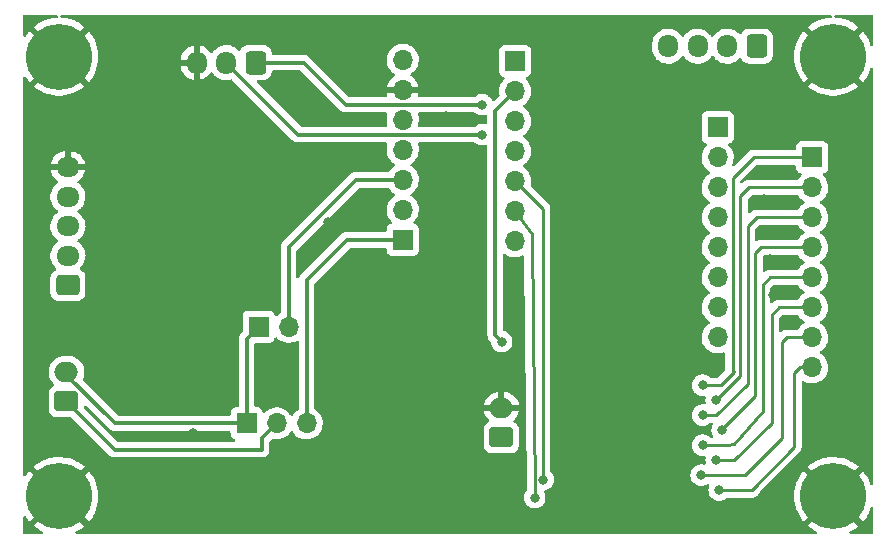
<source format=gbr>
%TF.GenerationSoftware,KiCad,Pcbnew,(6.0.6)*%
%TF.CreationDate,2022-07-29T16:25:05-07:00*%
%TF.ProjectId,ubitx raduino clone daughter board,75626974-7820-4726-9164-75696e6f2063,rev?*%
%TF.SameCoordinates,Original*%
%TF.FileFunction,Copper,L1,Top*%
%TF.FilePolarity,Positive*%
%FSLAX46Y46*%
G04 Gerber Fmt 4.6, Leading zero omitted, Abs format (unit mm)*
G04 Created by KiCad (PCBNEW (6.0.6)) date 2022-07-29 16:25:05*
%MOMM*%
%LPD*%
G01*
G04 APERTURE LIST*
G04 Aperture macros list*
%AMRoundRect*
0 Rectangle with rounded corners*
0 $1 Rounding radius*
0 $2 $3 $4 $5 $6 $7 $8 $9 X,Y pos of 4 corners*
0 Add a 4 corners polygon primitive as box body*
4,1,4,$2,$3,$4,$5,$6,$7,$8,$9,$2,$3,0*
0 Add four circle primitives for the rounded corners*
1,1,$1+$1,$2,$3*
1,1,$1+$1,$4,$5*
1,1,$1+$1,$6,$7*
1,1,$1+$1,$8,$9*
0 Add four rect primitives between the rounded corners*
20,1,$1+$1,$2,$3,$4,$5,0*
20,1,$1+$1,$4,$5,$6,$7,0*
20,1,$1+$1,$6,$7,$8,$9,0*
20,1,$1+$1,$8,$9,$2,$3,0*%
G04 Aperture macros list end*
%TA.AperFunction,ComponentPad*%
%ADD10R,1.700000X1.700000*%
%TD*%
%TA.AperFunction,ComponentPad*%
%ADD11O,1.700000X1.700000*%
%TD*%
%TA.AperFunction,ComponentPad*%
%ADD12RoundRect,0.250000X0.750000X-0.600000X0.750000X0.600000X-0.750000X0.600000X-0.750000X-0.600000X0*%
%TD*%
%TA.AperFunction,ComponentPad*%
%ADD13O,2.000000X1.700000*%
%TD*%
%TA.AperFunction,ComponentPad*%
%ADD14C,5.600000*%
%TD*%
%TA.AperFunction,ComponentPad*%
%ADD15C,3.600000*%
%TD*%
%TA.AperFunction,ComponentPad*%
%ADD16RoundRect,0.250000X0.725000X-0.600000X0.725000X0.600000X-0.725000X0.600000X-0.725000X-0.600000X0*%
%TD*%
%TA.AperFunction,ComponentPad*%
%ADD17O,1.950000X1.700000*%
%TD*%
%TA.AperFunction,ComponentPad*%
%ADD18RoundRect,0.250000X0.600000X0.725000X-0.600000X0.725000X-0.600000X-0.725000X0.600000X-0.725000X0*%
%TD*%
%TA.AperFunction,ComponentPad*%
%ADD19O,1.700000X1.950000*%
%TD*%
%TA.AperFunction,ViaPad*%
%ADD20C,0.800000*%
%TD*%
%TA.AperFunction,ViaPad*%
%ADD21C,1.000760*%
%TD*%
%TA.AperFunction,Conductor*%
%ADD22C,0.304800*%
%TD*%
%TA.AperFunction,Conductor*%
%ADD23C,0.250000*%
%TD*%
G04 APERTURE END LIST*
D10*
%TO.P,J4,1,Pin_1*%
%TO.N,Net-(J4-Pad1)*%
X159508000Y-61172000D03*
D11*
%TO.P,J4,2,Pin_2*%
%TO.N,Net-(C1-Pad2)*%
X159508000Y-63712000D03*
%TO.P,J4,3,Pin_3*%
%TO.N,SWR-FWD*%
X159508000Y-66252000D03*
%TO.P,J4,4,Pin_4*%
%TO.N,SWR-REV*%
X159508000Y-68792000D03*
%TO.P,J4,5,Pin_5*%
%TO.N,SDA*%
X159508000Y-71332000D03*
%TO.P,J4,6,Pin_6*%
%TO.N,SCL*%
X159508000Y-73872000D03*
%TO.P,J4,7,Pin_7*%
%TO.N,Net-(J4-Pad7)*%
X159508000Y-76412000D03*
%TD*%
D10*
%TO.P,J5,1,Pin_1*%
%TO.N,Net-(J5-Pad1)*%
X149983000Y-76295000D03*
D11*
%TO.P,J5,2,Pin_2*%
%TO.N,Net-(J5-Pad2)*%
X149983000Y-73755000D03*
%TO.P,J5,3,Pin_3*%
%TO.N,Net-(J5-Pad3)*%
X149983000Y-71215000D03*
%TO.P,J5,4,Pin_4*%
%TO.N,Net-(J5-Pad4)*%
X149983000Y-68675000D03*
%TO.P,J5,5,Pin_5*%
%TO.N,Net-(J5-Pad5)*%
X149983000Y-66135000D03*
%TO.P,J5,6,Pin_6*%
%TO.N,GND*%
X149983000Y-63595000D03*
%TO.P,J5,7,Pin_7*%
%TO.N,+5V Reg*%
X149983000Y-61055000D03*
%TD*%
D12*
%TO.P,J9,1,Pin_1*%
%TO.N,TXOUT*%
X121518000Y-89981000D03*
D13*
%TO.P,J9,2,Pin_2*%
%TO.N,TX-Pass*%
X121518000Y-87481000D03*
%TD*%
D14*
%TO.P,Hole3,1*%
%TO.N,GND*%
X186432000Y-98002000D03*
D15*
X186432000Y-98002000D03*
%TD*%
D10*
%TO.P,J7,1,Pin_1*%
%TO.N,Net-(J7-Pad1)*%
X176653000Y-66771856D03*
D11*
%TO.P,J7,2,Pin_2*%
%TO.N,Net-(J7-Pad2)*%
X176653000Y-69311856D03*
%TO.P,J7,3,Pin_3*%
%TO.N,Net-(J7-Pad3)*%
X176653000Y-71851856D03*
%TO.P,J7,4,Pin_4*%
%TO.N,Net-(J7-Pad4)*%
X176653000Y-74391856D03*
%TO.P,J7,5,Pin_5*%
%TO.N,Net-(J7-Pad5)*%
X176653000Y-76931856D03*
%TO.P,J7,6,Pin_6*%
%TO.N,Net-(J7-Pad6)*%
X176653000Y-79471856D03*
%TO.P,J7,7,Pin_7*%
%TO.N,Net-(J7-Pad7)*%
X176653000Y-82011856D03*
%TO.P,J7,8,Pin_8*%
%TO.N,Net-(J7-Pad8)*%
X176653000Y-84551856D03*
%TD*%
D16*
%TO.P,J2,1,Pin_1*%
%TO.N,+3.3V*%
X121645000Y-80142000D03*
D17*
%TO.P,J2,2,Pin_2*%
%TO.N,SCL*%
X121645000Y-77642000D03*
%TO.P,J2,3,Pin_3*%
%TO.N,SDA*%
X121645000Y-75142000D03*
%TO.P,J2,4,Pin_4*%
%TO.N,+5V Reg*%
X121645000Y-72642000D03*
%TO.P,J2,5,Pin_5*%
%TO.N,GND*%
X121645000Y-70142000D03*
%TD*%
D12*
%TO.P,J8,1,Pin_1*%
%TO.N,VolHi*%
X158348000Y-93029000D03*
D13*
%TO.P,J8,2,Pin_2*%
%TO.N,GND*%
X158348000Y-90529000D03*
%TD*%
D14*
%TO.P,Hole4,1*%
%TO.N,GND*%
X120900000Y-98002000D03*
D15*
X120900000Y-98002000D03*
%TD*%
D18*
%TO.P,J3,1,Pin_1*%
%TO.N,SWR-FWD*%
X137537000Y-61299000D03*
D19*
%TO.P,J3,2,Pin_2*%
%TO.N,SWR-REV*%
X135037000Y-61299000D03*
%TO.P,J3,3,Pin_3*%
%TO.N,GND*%
X132537000Y-61299000D03*
%TD*%
D10*
%TO.P,JP1,1,A*%
%TO.N,TX-Pass*%
X136775000Y-91842500D03*
D11*
%TO.P,JP1,2,C*%
%TO.N,TXOUT*%
X139315000Y-91842500D03*
%TO.P,JP1,3,B*%
%TO.N,Net-(J5-Pad1)*%
X141855000Y-91842500D03*
%TD*%
D18*
%TO.P,J1,1,Pin_1*%
%TO.N,D10{slash}SS*%
X179955000Y-59902000D03*
D19*
%TO.P,J1,2,Pin_2*%
%TO.N,D11{slash}MOSI*%
X177455000Y-59902000D03*
%TO.P,J1,3,Pin_3*%
%TO.N,D12{slash}MISO*%
X174955000Y-59902000D03*
%TO.P,J1,4,Pin_4*%
%TO.N,D13{slash}SCK*%
X172455000Y-59902000D03*
%TD*%
D10*
%TO.P,J6,1,Pin_1*%
%TO.N,Net-(J6-Pad1)*%
X184654000Y-69311856D03*
D11*
%TO.P,J6,2,Pin_2*%
%TO.N,Net-(J6-Pad2)*%
X184654000Y-71851856D03*
%TO.P,J6,3,Pin_3*%
%TO.N,Net-(J6-Pad3)*%
X184654000Y-74391856D03*
%TO.P,J6,4,Pin_4*%
%TO.N,Net-(J6-Pad4)*%
X184654000Y-76931856D03*
%TO.P,J6,5,Pin_5*%
%TO.N,Net-(J6-Pad5)*%
X184654000Y-79471856D03*
%TO.P,J6,6,Pin_6*%
%TO.N,Net-(J6-Pad6)*%
X184654000Y-82011856D03*
%TO.P,J6,7,Pin_7*%
%TO.N,Net-(J6-Pad7)*%
X184654000Y-84551856D03*
%TO.P,J6,8,Pin_8*%
%TO.N,Net-(J6-Pad8)*%
X184654000Y-87091856D03*
%TD*%
D10*
%TO.P,JP2,1,A*%
%TO.N,TX-Pass*%
X137786000Y-83651000D03*
D11*
%TO.P,JP2,2,B*%
%TO.N,Net-(J5-Pad3)*%
X140326000Y-83651000D03*
%TD*%
D14*
%TO.P,Hole1,1*%
%TO.N,GND*%
X120900000Y-60791000D03*
D15*
X120900000Y-60791000D03*
%TD*%
%TO.P,Hole2,1*%
%TO.N,GND*%
X186432000Y-60791000D03*
D14*
X186432000Y-60791000D03*
%TD*%
D20*
%TO.N,Net-(C1-Pad2)*%
X158365000Y-84921000D03*
%TO.N,SCL*%
X161159000Y-98129000D03*
%TO.N,SDA*%
X161866204Y-96602736D03*
%TO.N,GND*%
X143887000Y-76031000D03*
D21*
X181987000Y-64474000D03*
X159254000Y-79714000D03*
X152015000Y-80349000D03*
X154174000Y-85683000D03*
X187448000Y-65363000D03*
X166620000Y-60791000D03*
X124964000Y-99018000D03*
X118741000Y-65490000D03*
D20*
X140458000Y-85937000D03*
X140458000Y-88096000D03*
X141474000Y-77301000D03*
X180463000Y-75650000D03*
D21*
X154555000Y-73745000D03*
D20*
X137918000Y-88223000D03*
X138172000Y-86064000D03*
D21*
X154301000Y-82000000D03*
X119122000Y-93938000D03*
X181352000Y-99526000D03*
X188083000Y-93176000D03*
D20*
X143633000Y-74761000D03*
D21*
X153666000Y-65871000D03*
D20*
X132203000Y-92668000D03*
D21*
X155571000Y-79333000D03*
X126234000Y-58378000D03*
D20*
X129536000Y-92922000D03*
X181352000Y-80984000D03*
D21*
X142236000Y-65363000D03*
X163699000Y-78698000D03*
D20*
X181098000Y-77936000D03*
X182368000Y-83270000D03*
X180590000Y-72856000D03*
D21*
X150364000Y-98510000D03*
D20*
X180717000Y-70570000D03*
%TO.N,SWR-FWD*%
X156714000Y-64855000D03*
%TO.N,SWR-REV*%
X156714000Y-67395000D03*
%TO.N,Net-(J6-Pad1)*%
X175383000Y-88604000D03*
%TO.N,Net-(J6-Pad2)*%
X176526000Y-89874000D03*
%TO.N,Net-(J6-Pad3)*%
X175383000Y-91144000D03*
%TO.N,Net-(J6-Pad4)*%
X177034000Y-92414000D03*
%TO.N,Net-(J6-Pad5)*%
X175383000Y-93684000D03*
%TO.N,Net-(J6-Pad6)*%
X176526000Y-94954000D03*
%TO.N,Net-(J6-Pad7)*%
X175256000Y-96224000D03*
%TO.N,Net-(J6-Pad8)*%
X176780000Y-97494000D03*
%TD*%
D22*
%TO.N,Net-(C1-Pad2)*%
X157821458Y-84377458D02*
X157821458Y-65398542D01*
X157821458Y-65398542D02*
X159508000Y-63712000D01*
X158365000Y-84921000D02*
X157821458Y-84377458D01*
D23*
%TO.N,SCL*%
X161159000Y-98129000D02*
X160905000Y-75777000D01*
X160905000Y-75777000D02*
X159508000Y-73872000D01*
%TO.N,SDA*%
X159508000Y-71332000D02*
X161866204Y-73690204D01*
X161866204Y-73690204D02*
X161866204Y-96602736D01*
D22*
%TO.N,TX-Pass*%
X121518000Y-87779078D02*
X125472000Y-91652000D01*
X136775000Y-84662000D02*
X137786000Y-83651000D01*
X125472000Y-91652000D02*
X125662500Y-91842500D01*
X136775000Y-91842500D02*
X136775000Y-84662000D01*
X121518000Y-87481000D02*
X121518000Y-87779078D01*
X125662500Y-91842500D02*
X136775000Y-91842500D01*
%TO.N,SWR-FWD*%
X145157000Y-64855000D02*
X156714000Y-64855000D01*
X141601000Y-61299000D02*
X145157000Y-64855000D01*
X137537000Y-61299000D02*
X141601000Y-61299000D01*
%TO.N,SWR-REV*%
X135037000Y-61299000D02*
X141133000Y-67395000D01*
X141133000Y-67395000D02*
X156714000Y-67395000D01*
%TO.N,Net-(J5-Pad1)*%
X141855000Y-79714000D02*
X145274000Y-76295000D01*
X141855000Y-91842500D02*
X141855000Y-79714000D01*
X145274000Y-76295000D02*
X149983000Y-76295000D01*
%TO.N,Net-(J5-Pad3)*%
X146036000Y-71215000D02*
X149983000Y-71215000D01*
X140326000Y-83651000D02*
X140326000Y-76925000D01*
X140326000Y-76925000D02*
X146036000Y-71215000D01*
D23*
%TO.N,Net-(J6-Pad1)*%
X178050000Y-87461000D02*
X176907000Y-88604000D01*
X179701000Y-69300000D02*
X177923000Y-71078000D01*
X179712856Y-69311856D02*
X179701000Y-69300000D01*
X176907000Y-88604000D02*
X175383000Y-88604000D01*
X177923000Y-71078000D02*
X177923000Y-87334000D01*
X184654000Y-69311856D02*
X179712856Y-69311856D01*
X177923000Y-87334000D02*
X178050000Y-87461000D01*
%TO.N,Net-(J6-Pad2)*%
X184654000Y-71851856D02*
X179308144Y-71851856D01*
X179308144Y-71851856D02*
X178558000Y-72602000D01*
X178558000Y-72602000D02*
X178558000Y-87842000D01*
X178558000Y-87842000D02*
X176526000Y-89874000D01*
%TO.N,Net-(J6-Pad3)*%
X175383000Y-91144000D02*
X176526000Y-91144000D01*
X179943144Y-74391856D02*
X184654000Y-74391856D01*
X179193000Y-75142000D02*
X179943144Y-74391856D01*
X176526000Y-91144000D02*
X179193000Y-88477000D01*
X179193000Y-88477000D02*
X179193000Y-75142000D01*
%TO.N,Net-(J6-Pad4)*%
X177034000Y-92414000D02*
X177161000Y-92160000D01*
X179828000Y-89493000D02*
X179828000Y-77428000D01*
X180347856Y-76931856D02*
X184654000Y-76931856D01*
X177161000Y-92160000D02*
X179828000Y-89493000D01*
X180336000Y-76920000D02*
X180347856Y-76931856D01*
X179828000Y-77428000D02*
X180336000Y-76920000D01*
%TO.N,Net-(J6-Pad5)*%
X177415000Y-93684000D02*
X178050000Y-93557000D01*
X178050000Y-93557000D02*
X180463000Y-90763000D01*
X175383000Y-93684000D02*
X177415000Y-93684000D01*
X180463000Y-90763000D02*
X180463000Y-80095000D01*
X180463000Y-80095000D02*
X181086144Y-79471856D01*
X181086144Y-79471856D02*
X184654000Y-79471856D01*
%TO.N,Net-(J6-Pad6)*%
X176526000Y-94954000D02*
X178050000Y-94954000D01*
X184654000Y-82011856D02*
X181848144Y-82011856D01*
X181225000Y-91779000D02*
X178050000Y-94954000D01*
X181225000Y-82635000D02*
X181225000Y-91779000D01*
X181225000Y-82635000D02*
X181848144Y-82011856D01*
%TO.N,Net-(J6-Pad7)*%
X182114000Y-84921000D02*
X182114000Y-93049000D01*
X178939000Y-96224000D02*
X175256000Y-96224000D01*
X184654000Y-84551856D02*
X182483144Y-84551856D01*
X182114000Y-84921000D02*
X182483144Y-84551856D01*
X182114000Y-93049000D02*
X178939000Y-96224000D01*
%TO.N,Net-(J6-Pad8)*%
X183130000Y-93811000D02*
X183130000Y-87588000D01*
X179574000Y-97494000D02*
X183130000Y-93811000D01*
X183130000Y-87588000D02*
X183626144Y-87091856D01*
X183626144Y-87091856D02*
X184654000Y-87091856D01*
X176780000Y-97494000D02*
X179574000Y-97494000D01*
D22*
%TO.N,TXOUT*%
X125602000Y-94065000D02*
X138045000Y-94065000D01*
X138045000Y-93112500D02*
X139315000Y-91842500D01*
X121518000Y-89981000D02*
X125602000Y-94065000D01*
X138045000Y-94065000D02*
X138045000Y-93112500D01*
%TD*%
%TA.AperFunction,Conductor*%
%TO.N,GND*%
G36*
X120742930Y-57255502D02*
G01*
X120789423Y-57309158D01*
X120799527Y-57379432D01*
X120770033Y-57444012D01*
X120710307Y-57482396D01*
X120688198Y-57486787D01*
X120373720Y-57520395D01*
X120367010Y-57521482D01*
X120023586Y-57596361D01*
X120017011Y-57598172D01*
X119683683Y-57709702D01*
X119677361Y-57712205D01*
X119358034Y-57859079D01*
X119351991Y-57862265D01*
X119050401Y-58042763D01*
X119044755Y-58046571D01*
X118764408Y-58258596D01*
X118759211Y-58262987D01*
X118757972Y-58264155D01*
X118749950Y-58277862D01*
X118749986Y-58278704D01*
X118755037Y-58286826D01*
X120887190Y-60418980D01*
X120901131Y-60426592D01*
X120902966Y-60426461D01*
X120909580Y-60422210D01*
X123042798Y-58288991D01*
X123050412Y-58275047D01*
X123050344Y-58274089D01*
X123045836Y-58267272D01*
X123044418Y-58266065D01*
X122764813Y-58053064D01*
X122759187Y-58049240D01*
X122458214Y-57867681D01*
X122452202Y-57864484D01*
X122133370Y-57716487D01*
X122127070Y-57713967D01*
X121794129Y-57601273D01*
X121787551Y-57599437D01*
X121444417Y-57523367D01*
X121437678Y-57522251D01*
X121116016Y-57486739D01*
X121050502Y-57459383D01*
X121010178Y-57400949D01*
X121007846Y-57329991D01*
X121044248Y-57269036D01*
X121107826Y-57237439D01*
X121129843Y-57235500D01*
X186206809Y-57235500D01*
X186274930Y-57255502D01*
X186321423Y-57309158D01*
X186331527Y-57379432D01*
X186302033Y-57444012D01*
X186242307Y-57482396D01*
X186220198Y-57486787D01*
X185905720Y-57520395D01*
X185899010Y-57521482D01*
X185555586Y-57596361D01*
X185549011Y-57598172D01*
X185215683Y-57709702D01*
X185209361Y-57712205D01*
X184890034Y-57859079D01*
X184883991Y-57862265D01*
X184582401Y-58042763D01*
X184576755Y-58046571D01*
X184296408Y-58258596D01*
X184291211Y-58262987D01*
X184289972Y-58264155D01*
X184281950Y-58277862D01*
X184281986Y-58278704D01*
X184287037Y-58286826D01*
X186419190Y-60418980D01*
X186433131Y-60426592D01*
X186434966Y-60426461D01*
X186441580Y-60422210D01*
X187215098Y-59648692D01*
X188574798Y-58288991D01*
X188582412Y-58275047D01*
X188582344Y-58274090D01*
X188577834Y-58267271D01*
X188576418Y-58266065D01*
X188296813Y-58053064D01*
X188291187Y-58049240D01*
X187990214Y-57867681D01*
X187984202Y-57864484D01*
X187665370Y-57716487D01*
X187659070Y-57713967D01*
X187326129Y-57601273D01*
X187319551Y-57599437D01*
X186976417Y-57523367D01*
X186969678Y-57522251D01*
X186648016Y-57486739D01*
X186582502Y-57459383D01*
X186542178Y-57400949D01*
X186539846Y-57329991D01*
X186576248Y-57269036D01*
X186639826Y-57237439D01*
X186661843Y-57235500D01*
X189709500Y-57235500D01*
X189777621Y-57255502D01*
X189824114Y-57309158D01*
X189835500Y-57361500D01*
X189835500Y-59759292D01*
X189815498Y-59827413D01*
X189761842Y-59873906D01*
X189691568Y-59884010D01*
X189626988Y-59854516D01*
X189588083Y-59792964D01*
X189572736Y-59737627D01*
X189570562Y-59731163D01*
X189440598Y-59404578D01*
X189437742Y-59398398D01*
X189273269Y-59087763D01*
X189269769Y-59081937D01*
X189072697Y-58790862D01*
X189068590Y-58785453D01*
X188955565Y-58652179D01*
X188942740Y-58643743D01*
X188932416Y-58649795D01*
X186804020Y-60778190D01*
X186796408Y-60792131D01*
X186796539Y-60793966D01*
X186800790Y-60800580D01*
X188931009Y-62930798D01*
X188944605Y-62938223D01*
X188954218Y-62931522D01*
X189054518Y-62814912D01*
X189058676Y-62809514D01*
X189257762Y-62519840D01*
X189261310Y-62514029D01*
X189427942Y-62204559D01*
X189430849Y-62198381D01*
X189563090Y-61872713D01*
X189565304Y-61866283D01*
X189588321Y-61785480D01*
X189626220Y-61725445D01*
X189690560Y-61695431D01*
X189760913Y-61704966D01*
X189814943Y-61751023D01*
X189835500Y-61819999D01*
X189835500Y-96970292D01*
X189815498Y-97038413D01*
X189761842Y-97084906D01*
X189691568Y-97095010D01*
X189626988Y-97065516D01*
X189588083Y-97003964D01*
X189572736Y-96948627D01*
X189570562Y-96942163D01*
X189440598Y-96615578D01*
X189437742Y-96609398D01*
X189273269Y-96298763D01*
X189269769Y-96292937D01*
X189072697Y-96001862D01*
X189068590Y-95996453D01*
X188955565Y-95863179D01*
X188942740Y-95854743D01*
X188932416Y-95860795D01*
X186804020Y-97989190D01*
X186796408Y-98003131D01*
X186796539Y-98004966D01*
X186800790Y-98011580D01*
X188931009Y-100141798D01*
X188944605Y-100149223D01*
X188954218Y-100142522D01*
X189054518Y-100025912D01*
X189058676Y-100020514D01*
X189257762Y-99730840D01*
X189261310Y-99725029D01*
X189427942Y-99415559D01*
X189430849Y-99409381D01*
X189563090Y-99083713D01*
X189565304Y-99077283D01*
X189588321Y-98996480D01*
X189626220Y-98936445D01*
X189690560Y-98906431D01*
X189760913Y-98915966D01*
X189814943Y-98962023D01*
X189835500Y-99030999D01*
X189835500Y-101092500D01*
X189815498Y-101160621D01*
X189761842Y-101207114D01*
X189709500Y-101218500D01*
X187931363Y-101218500D01*
X187863242Y-101198498D01*
X187816749Y-101144842D01*
X187806645Y-101074568D01*
X187836139Y-101009988D01*
X187879112Y-100977845D01*
X187963718Y-100939288D01*
X187969777Y-100936121D01*
X188271995Y-100756676D01*
X188277659Y-100752884D01*
X188558732Y-100541849D01*
X188563958Y-100537464D01*
X188573613Y-100528428D01*
X188581682Y-100514750D01*
X188581654Y-100514024D01*
X188576512Y-100505723D01*
X186444810Y-98374020D01*
X186430869Y-98366408D01*
X186429034Y-98366539D01*
X186422420Y-98370790D01*
X184288774Y-100504437D01*
X184281160Y-100518381D01*
X184281237Y-100519470D01*
X184283698Y-100523206D01*
X184557632Y-100733404D01*
X184563262Y-100737259D01*
X184863591Y-100919862D01*
X184869593Y-100923080D01*
X184987684Y-100978398D01*
X185040887Y-101025408D01*
X185060229Y-101093720D01*
X185039569Y-101161644D01*
X184985465Y-101207615D01*
X184934235Y-101218500D01*
X122399363Y-101218500D01*
X122331242Y-101198498D01*
X122284749Y-101144842D01*
X122274645Y-101074568D01*
X122304139Y-101009988D01*
X122347112Y-100977845D01*
X122431718Y-100939288D01*
X122437777Y-100936121D01*
X122739995Y-100756676D01*
X122745659Y-100752884D01*
X123026732Y-100541849D01*
X123031958Y-100537464D01*
X123041613Y-100528428D01*
X123049682Y-100514750D01*
X123049654Y-100514024D01*
X123044512Y-100505723D01*
X120912810Y-98374020D01*
X120898869Y-98366408D01*
X120897034Y-98366539D01*
X120890420Y-98370790D01*
X118756774Y-100504437D01*
X118749160Y-100518381D01*
X118749237Y-100519470D01*
X118751698Y-100523206D01*
X119025632Y-100733404D01*
X119031262Y-100737259D01*
X119331591Y-100919862D01*
X119337593Y-100923080D01*
X119455684Y-100978398D01*
X119508887Y-101025408D01*
X119528229Y-101093720D01*
X119507569Y-101161644D01*
X119453465Y-101207615D01*
X119402235Y-101218500D01*
X117978500Y-101218500D01*
X117910379Y-101198498D01*
X117863886Y-101144842D01*
X117852500Y-101092500D01*
X117852500Y-99811305D01*
X117872502Y-99743184D01*
X117926158Y-99696691D01*
X117996432Y-99686587D01*
X118061012Y-99716081D01*
X118083081Y-99741029D01*
X118252320Y-99992883D01*
X118256433Y-99998340D01*
X118376425Y-100140836D01*
X118389164Y-100149279D01*
X118399608Y-100143181D01*
X120527980Y-98014810D01*
X120534357Y-98003131D01*
X121264408Y-98003131D01*
X121264539Y-98004966D01*
X121268790Y-98011580D01*
X123399009Y-100141798D01*
X123412605Y-100149223D01*
X123422218Y-100142522D01*
X123522518Y-100025912D01*
X123526676Y-100020514D01*
X123725762Y-99730840D01*
X123729310Y-99725029D01*
X123895942Y-99415559D01*
X123898849Y-99409381D01*
X124031090Y-99083713D01*
X124033304Y-99077283D01*
X124129598Y-98739237D01*
X124131105Y-98732607D01*
X124190332Y-98386118D01*
X124191112Y-98379378D01*
X124212668Y-98026925D01*
X124212784Y-98023323D01*
X124212853Y-98003819D01*
X124212761Y-98000194D01*
X124193666Y-97647615D01*
X124192931Y-97640849D01*
X124136130Y-97293985D01*
X124134663Y-97287313D01*
X124040736Y-96948627D01*
X124038562Y-96942163D01*
X123908598Y-96615578D01*
X123905742Y-96609398D01*
X123741269Y-96298763D01*
X123737769Y-96292937D01*
X123540697Y-96001862D01*
X123536590Y-95996453D01*
X123423565Y-95863179D01*
X123410740Y-95854743D01*
X123400416Y-95860795D01*
X121272020Y-97989190D01*
X121264408Y-98003131D01*
X120534357Y-98003131D01*
X120535592Y-98000869D01*
X120535461Y-97999034D01*
X120531210Y-97992420D01*
X118400992Y-95862203D01*
X118387455Y-95854811D01*
X118377753Y-95861599D01*
X118270430Y-95987257D01*
X118266296Y-95992664D01*
X118082589Y-96261970D01*
X118027677Y-96306973D01*
X117957153Y-96315144D01*
X117893405Y-96283890D01*
X117856675Y-96223133D01*
X117852500Y-96190966D01*
X117852500Y-95488862D01*
X118749950Y-95488862D01*
X118749986Y-95489704D01*
X118755037Y-95497826D01*
X120887190Y-97629980D01*
X120901131Y-97637592D01*
X120902966Y-97637461D01*
X120909580Y-97633210D01*
X121814248Y-96728542D01*
X123042798Y-95499991D01*
X123050412Y-95486047D01*
X123050344Y-95485090D01*
X123045834Y-95478271D01*
X123044418Y-95477065D01*
X122764813Y-95264064D01*
X122759187Y-95260240D01*
X122458214Y-95078681D01*
X122452202Y-95075484D01*
X122133370Y-94927487D01*
X122127070Y-94924967D01*
X121794129Y-94812273D01*
X121787551Y-94810437D01*
X121444417Y-94734367D01*
X121437678Y-94733251D01*
X121088310Y-94694680D01*
X121081529Y-94694301D01*
X120730015Y-94693687D01*
X120723242Y-94694042D01*
X120373720Y-94731395D01*
X120367010Y-94732482D01*
X120023586Y-94807361D01*
X120017011Y-94809172D01*
X119683683Y-94920702D01*
X119677361Y-94923205D01*
X119358034Y-95070079D01*
X119351991Y-95073265D01*
X119050401Y-95253763D01*
X119044755Y-95257571D01*
X118764408Y-95469596D01*
X118759211Y-95473987D01*
X118757972Y-95475155D01*
X118749950Y-95488862D01*
X117852500Y-95488862D01*
X117852500Y-87416774D01*
X120006102Y-87416774D01*
X120014751Y-87647158D01*
X120062093Y-87872791D01*
X120064051Y-87877750D01*
X120064052Y-87877752D01*
X120141071Y-88072774D01*
X120146776Y-88087221D01*
X120266377Y-88284317D01*
X120269874Y-88288347D01*
X120413281Y-88453609D01*
X120417477Y-88458445D01*
X120453120Y-88487670D01*
X120493114Y-88546329D01*
X120495046Y-88617299D01*
X120458302Y-88678048D01*
X120439532Y-88692248D01*
X120308579Y-88773285D01*
X120293652Y-88782522D01*
X120168695Y-88907697D01*
X120075885Y-89058262D01*
X120073581Y-89065209D01*
X120038179Y-89171944D01*
X120020203Y-89226139D01*
X120019503Y-89232975D01*
X120019502Y-89232978D01*
X120018202Y-89245665D01*
X120009500Y-89330600D01*
X120009500Y-90631400D01*
X120009837Y-90634646D01*
X120009837Y-90634650D01*
X120015096Y-90685329D01*
X120020474Y-90737166D01*
X120022655Y-90743702D01*
X120022655Y-90743704D01*
X120035765Y-90783000D01*
X120076450Y-90904946D01*
X120169522Y-91055348D01*
X120294697Y-91180305D01*
X120300927Y-91184145D01*
X120300928Y-91184146D01*
X120410156Y-91251475D01*
X120445262Y-91273115D01*
X120525005Y-91299564D01*
X120606611Y-91326632D01*
X120606613Y-91326632D01*
X120613139Y-91328797D01*
X120619975Y-91329497D01*
X120619978Y-91329498D01*
X120663031Y-91333909D01*
X120717600Y-91339500D01*
X121889656Y-91339500D01*
X121957777Y-91359502D01*
X121978751Y-91376405D01*
X125115393Y-94513047D01*
X125121246Y-94519312D01*
X125156524Y-94559752D01*
X125162742Y-94564122D01*
X125205084Y-94593880D01*
X125210380Y-94597813D01*
X125257121Y-94634463D01*
X125264045Y-94637589D01*
X125270176Y-94641302D01*
X125274796Y-94643938D01*
X125281178Y-94647360D01*
X125287397Y-94651731D01*
X125342280Y-94673129D01*
X125342713Y-94673298D01*
X125348792Y-94675854D01*
X125402912Y-94700289D01*
X125410388Y-94701675D01*
X125417266Y-94703830D01*
X125422391Y-94705290D01*
X125429355Y-94707078D01*
X125436434Y-94709838D01*
X125443966Y-94710830D01*
X125443968Y-94710830D01*
X125469196Y-94714151D01*
X125495300Y-94717587D01*
X125501798Y-94718616D01*
X125560197Y-94729440D01*
X125567777Y-94729003D01*
X125567778Y-94729003D01*
X125617967Y-94726109D01*
X125625220Y-94725900D01*
X138036871Y-94725900D01*
X138037530Y-94725902D01*
X138121520Y-94726342D01*
X138155171Y-94718263D01*
X138169448Y-94715695D01*
X138196264Y-94712450D01*
X138196267Y-94712449D01*
X138203805Y-94711537D01*
X138232312Y-94700765D01*
X138247436Y-94696112D01*
X138269677Y-94690773D01*
X138269683Y-94690771D01*
X138277063Y-94688999D01*
X138307819Y-94673124D01*
X138321052Y-94667233D01*
X138353441Y-94654994D01*
X138359696Y-94650695D01*
X138359698Y-94650694D01*
X138378557Y-94637732D01*
X138392138Y-94629605D01*
X138412451Y-94619121D01*
X138412457Y-94619117D01*
X138419209Y-94615632D01*
X138441961Y-94595784D01*
X138445290Y-94592880D01*
X138456752Y-94583989D01*
X138479011Y-94568691D01*
X138485271Y-94564389D01*
X138494380Y-94554166D01*
X138505543Y-94541636D01*
X138516791Y-94530506D01*
X138534025Y-94515472D01*
X138539752Y-94510476D01*
X138559656Y-94482156D01*
X138568661Y-94470795D01*
X138574544Y-94464192D01*
X138591683Y-94444955D01*
X138605943Y-94418023D01*
X138614210Y-94404533D01*
X138626411Y-94387172D01*
X138631731Y-94379603D01*
X138644301Y-94347362D01*
X138650339Y-94334174D01*
X138662982Y-94310296D01*
X138662983Y-94310294D01*
X138666535Y-94303585D01*
X138668384Y-94296222D01*
X138668386Y-94296218D01*
X138673959Y-94274028D01*
X138678764Y-94258968D01*
X138689838Y-94230566D01*
X138691131Y-94220748D01*
X138694354Y-94196260D01*
X138697072Y-94182008D01*
X138701921Y-94162704D01*
X138705504Y-94148441D01*
X138705587Y-94132700D01*
X138705700Y-94110979D01*
X138705744Y-94109748D01*
X138705900Y-94108561D01*
X138705900Y-94073129D01*
X138705902Y-94072469D01*
X138706004Y-94053009D01*
X138706342Y-93988480D01*
X138705999Y-93987050D01*
X138705900Y-93985337D01*
X138705900Y-93679400D01*
X156839500Y-93679400D01*
X156839837Y-93682646D01*
X156839837Y-93682650D01*
X156848636Y-93767450D01*
X156850474Y-93785166D01*
X156852655Y-93791702D01*
X156852655Y-93791704D01*
X156877898Y-93867365D01*
X156906450Y-93952946D01*
X156999522Y-94103348D01*
X157124697Y-94228305D01*
X157130927Y-94232145D01*
X157130928Y-94232146D01*
X157268090Y-94316694D01*
X157275262Y-94321115D01*
X157314634Y-94334174D01*
X157436611Y-94374632D01*
X157436613Y-94374632D01*
X157443139Y-94376797D01*
X157449975Y-94377497D01*
X157449978Y-94377498D01*
X157493031Y-94381909D01*
X157547600Y-94387500D01*
X159148400Y-94387500D01*
X159151646Y-94387163D01*
X159151650Y-94387163D01*
X159247308Y-94377238D01*
X159247312Y-94377237D01*
X159254166Y-94376526D01*
X159260702Y-94374345D01*
X159260704Y-94374345D01*
X159392806Y-94330272D01*
X159421946Y-94320550D01*
X159572348Y-94227478D01*
X159697305Y-94102303D01*
X159722593Y-94061279D01*
X159786275Y-93957968D01*
X159786276Y-93957966D01*
X159790115Y-93951738D01*
X159845797Y-93783861D01*
X159846649Y-93775551D01*
X159855356Y-93690565D01*
X159856500Y-93679400D01*
X159856500Y-92378600D01*
X159856163Y-92375350D01*
X159846238Y-92279692D01*
X159846237Y-92279688D01*
X159845526Y-92272834D01*
X159789550Y-92105054D01*
X159696478Y-91954652D01*
X159571303Y-91829695D01*
X159560225Y-91822866D01*
X159486627Y-91777500D01*
X159425220Y-91739647D01*
X159377727Y-91686876D01*
X159366303Y-91616804D01*
X159394577Y-91551680D01*
X159404364Y-91541218D01*
X159514906Y-91435766D01*
X159521941Y-91427814D01*
X159653141Y-91251475D01*
X159658745Y-91242438D01*
X159758357Y-91046516D01*
X159762357Y-91036665D01*
X159827534Y-90826760D01*
X159829817Y-90816376D01*
X159831861Y-90800957D01*
X159829665Y-90786793D01*
X159816478Y-90783000D01*
X156881808Y-90783000D01*
X156868277Y-90786973D01*
X156866752Y-90797580D01*
X156891477Y-90915421D01*
X156894537Y-90925617D01*
X156975263Y-91130029D01*
X156979990Y-91139554D01*
X157094016Y-91327462D01*
X157100280Y-91336052D01*
X157244327Y-91502052D01*
X157251956Y-91509470D01*
X157283569Y-91535391D01*
X157323564Y-91594051D01*
X157325496Y-91665021D01*
X157288752Y-91725770D01*
X157269983Y-91739969D01*
X157123652Y-91830522D01*
X156998695Y-91955697D01*
X156994855Y-91961927D01*
X156994854Y-91961928D01*
X156939025Y-92052500D01*
X156905885Y-92106262D01*
X156903581Y-92113209D01*
X156864633Y-92230635D01*
X156850203Y-92274139D01*
X156849503Y-92280975D01*
X156849502Y-92280978D01*
X156847880Y-92296813D01*
X156839500Y-92378600D01*
X156839500Y-93679400D01*
X138705900Y-93679400D01*
X138705900Y-93438444D01*
X138725902Y-93370323D01*
X138742805Y-93349349D01*
X138891748Y-93200406D01*
X138954060Y-93166380D01*
X139005964Y-93166031D01*
X139148526Y-93195036D01*
X139148534Y-93195037D01*
X139153597Y-93196067D01*
X139271926Y-93200406D01*
X139371673Y-93204064D01*
X139371677Y-93204064D01*
X139376837Y-93204253D01*
X139381957Y-93203597D01*
X139381959Y-93203597D01*
X139593288Y-93176525D01*
X139593289Y-93176525D01*
X139598416Y-93175868D01*
X139630041Y-93166380D01*
X139807429Y-93113161D01*
X139807434Y-93113159D01*
X139812384Y-93111674D01*
X140012994Y-93013396D01*
X140194860Y-92883673D01*
X140264944Y-92813834D01*
X140338400Y-92740634D01*
X140353096Y-92725989D01*
X140361276Y-92714606D01*
X140483453Y-92544577D01*
X140484776Y-92545528D01*
X140531645Y-92502357D01*
X140601580Y-92490125D01*
X140667026Y-92517644D01*
X140694875Y-92549494D01*
X140754987Y-92647588D01*
X140901250Y-92816438D01*
X141073126Y-92959132D01*
X141266000Y-93071838D01*
X141474692Y-93151530D01*
X141479760Y-93152561D01*
X141479763Y-93152562D01*
X141587017Y-93174383D01*
X141693597Y-93196067D01*
X141698772Y-93196257D01*
X141698774Y-93196257D01*
X141911673Y-93204064D01*
X141911677Y-93204064D01*
X141916837Y-93204253D01*
X141921957Y-93203597D01*
X141921959Y-93203597D01*
X142133288Y-93176525D01*
X142133289Y-93176525D01*
X142138416Y-93175868D01*
X142170041Y-93166380D01*
X142347429Y-93113161D01*
X142347434Y-93113159D01*
X142352384Y-93111674D01*
X142552994Y-93013396D01*
X142734860Y-92883673D01*
X142804944Y-92813834D01*
X142878400Y-92740634D01*
X142893096Y-92725989D01*
X142901276Y-92714606D01*
X143020435Y-92548777D01*
X143023453Y-92544577D01*
X143033919Y-92523402D01*
X143120136Y-92348953D01*
X143120137Y-92348951D01*
X143122430Y-92344311D01*
X143187370Y-92130569D01*
X143216529Y-91909090D01*
X143217312Y-91877056D01*
X143218074Y-91845865D01*
X143218074Y-91845861D01*
X143218156Y-91842500D01*
X143199852Y-91619861D01*
X143145431Y-91403202D01*
X143056354Y-91198340D01*
X142967195Y-91060521D01*
X142937822Y-91015117D01*
X142937820Y-91015114D01*
X142935014Y-91010777D01*
X142784670Y-90845551D01*
X142780619Y-90842352D01*
X142780615Y-90842348D01*
X142613414Y-90710300D01*
X142613410Y-90710298D01*
X142609359Y-90707098D01*
X142581007Y-90691447D01*
X142531036Y-90641014D01*
X142515900Y-90581138D01*
X142515900Y-90257043D01*
X156864139Y-90257043D01*
X156866335Y-90271207D01*
X156879522Y-90275000D01*
X158075885Y-90275000D01*
X158091124Y-90270525D01*
X158092329Y-90269135D01*
X158094000Y-90261452D01*
X158094000Y-90256885D01*
X158602000Y-90256885D01*
X158606475Y-90272124D01*
X158607865Y-90273329D01*
X158615548Y-90275000D01*
X159814192Y-90275000D01*
X159827723Y-90271027D01*
X159829248Y-90260420D01*
X159804523Y-90142579D01*
X159801463Y-90132383D01*
X159720737Y-89927971D01*
X159716006Y-89918439D01*
X159601984Y-89730538D01*
X159595720Y-89721948D01*
X159451673Y-89555948D01*
X159444042Y-89548528D01*
X159274089Y-89409174D01*
X159265322Y-89403150D01*
X159074318Y-89294424D01*
X159064654Y-89289959D01*
X158858059Y-89214969D01*
X158847792Y-89212198D01*
X158630345Y-89172877D01*
X158622116Y-89171944D01*
X158617624Y-89171732D01*
X158604876Y-89175475D01*
X158603671Y-89176865D01*
X158602000Y-89184548D01*
X158602000Y-90256885D01*
X158094000Y-90256885D01*
X158094000Y-89193030D01*
X158089690Y-89178352D01*
X158077807Y-89176289D01*
X157973675Y-89185124D01*
X157963203Y-89186914D01*
X157750465Y-89242130D01*
X157740425Y-89245665D01*
X157540030Y-89335937D01*
X157530744Y-89341106D01*
X157348425Y-89463850D01*
X157340130Y-89470519D01*
X157181100Y-89622228D01*
X157174059Y-89630186D01*
X157042859Y-89806525D01*
X157037255Y-89815562D01*
X156937643Y-90011484D01*
X156933643Y-90021335D01*
X156868466Y-90231240D01*
X156866183Y-90241624D01*
X156864139Y-90257043D01*
X142515900Y-90257043D01*
X142515900Y-80039944D01*
X142535902Y-79971823D01*
X142552805Y-79950849D01*
X145510849Y-76992805D01*
X145573161Y-76958779D01*
X145599944Y-76955900D01*
X148498500Y-76955900D01*
X148566621Y-76975902D01*
X148613114Y-77029558D01*
X148624500Y-77081900D01*
X148624500Y-77193134D01*
X148631255Y-77255316D01*
X148682385Y-77391705D01*
X148769739Y-77508261D01*
X148886295Y-77595615D01*
X149022684Y-77646745D01*
X149084866Y-77653500D01*
X150881134Y-77653500D01*
X150943316Y-77646745D01*
X151079705Y-77595615D01*
X151196261Y-77508261D01*
X151283615Y-77391705D01*
X151334745Y-77255316D01*
X151341500Y-77193134D01*
X151341500Y-75396866D01*
X151334745Y-75334684D01*
X151283615Y-75198295D01*
X151196261Y-75081739D01*
X151079705Y-74994385D01*
X151030242Y-74975842D01*
X150961203Y-74949960D01*
X150904439Y-74907318D01*
X150879739Y-74840756D01*
X150894947Y-74771408D01*
X150916493Y-74742727D01*
X150934251Y-74725031D01*
X151021096Y-74638489D01*
X151061996Y-74581571D01*
X151148435Y-74461277D01*
X151151453Y-74457077D01*
X151192606Y-74373811D01*
X151248136Y-74261453D01*
X151248137Y-74261451D01*
X151250430Y-74256811D01*
X151315370Y-74043069D01*
X151344529Y-73821590D01*
X151346156Y-73755000D01*
X151327852Y-73532361D01*
X151273431Y-73315702D01*
X151184354Y-73110840D01*
X151093951Y-72971098D01*
X151065822Y-72927617D01*
X151065820Y-72927614D01*
X151063014Y-72923277D01*
X150912670Y-72758051D01*
X150908619Y-72754852D01*
X150908615Y-72754848D01*
X150741414Y-72622800D01*
X150741410Y-72622798D01*
X150737359Y-72619598D01*
X150696053Y-72596796D01*
X150646084Y-72546364D01*
X150631312Y-72476921D01*
X150656428Y-72410516D01*
X150683780Y-72383909D01*
X150733123Y-72348713D01*
X150862860Y-72256173D01*
X151021096Y-72098489D01*
X151061996Y-72041571D01*
X151148435Y-71921277D01*
X151151453Y-71917077D01*
X151161919Y-71895902D01*
X151248136Y-71721453D01*
X151248137Y-71721451D01*
X151250430Y-71716811D01*
X151310719Y-71518376D01*
X151313865Y-71508023D01*
X151313865Y-71508021D01*
X151315370Y-71503069D01*
X151344529Y-71281590D01*
X151346156Y-71215000D01*
X151327852Y-70992361D01*
X151273431Y-70775702D01*
X151184354Y-70570840D01*
X151092837Y-70429376D01*
X151065822Y-70387617D01*
X151065820Y-70387614D01*
X151063014Y-70383277D01*
X150912670Y-70218051D01*
X150908619Y-70214852D01*
X150908615Y-70214848D01*
X150741414Y-70082800D01*
X150741410Y-70082798D01*
X150737359Y-70079598D01*
X150696053Y-70056796D01*
X150646084Y-70006364D01*
X150631312Y-69936921D01*
X150656428Y-69870516D01*
X150683780Y-69843909D01*
X150733123Y-69808713D01*
X150862860Y-69716173D01*
X150903687Y-69675489D01*
X151017435Y-69562137D01*
X151021096Y-69558489D01*
X151061996Y-69501571D01*
X151148435Y-69381277D01*
X151151453Y-69377077D01*
X151172275Y-69334948D01*
X151248136Y-69181453D01*
X151248137Y-69181451D01*
X151250430Y-69176811D01*
X151288520Y-69051444D01*
X151313865Y-68968023D01*
X151313865Y-68968021D01*
X151315370Y-68963069D01*
X151344529Y-68741590D01*
X151344678Y-68735515D01*
X151346074Y-68678356D01*
X151346156Y-68675000D01*
X151327852Y-68452361D01*
X151273431Y-68235702D01*
X151271366Y-68230953D01*
X151269703Y-68226068D01*
X151271067Y-68225604D01*
X151263060Y-68161711D01*
X151293719Y-68097675D01*
X151354131Y-68060380D01*
X151387432Y-68055900D01*
X156037079Y-68055900D01*
X156105200Y-68075902D01*
X156111140Y-68079964D01*
X156243947Y-68176454D01*
X156257248Y-68186118D01*
X156263276Y-68188802D01*
X156263278Y-68188803D01*
X156425681Y-68261109D01*
X156431712Y-68263794D01*
X156525113Y-68283647D01*
X156612056Y-68302128D01*
X156612061Y-68302128D01*
X156618513Y-68303500D01*
X156809487Y-68303500D01*
X156815939Y-68302128D01*
X156815944Y-68302128D01*
X156908903Y-68282368D01*
X156996288Y-68263794D01*
X156997553Y-68263231D01*
X157066587Y-68261257D01*
X157127386Y-68297918D01*
X157158712Y-68361630D01*
X157160558Y-68383118D01*
X157160558Y-84350195D01*
X157160266Y-84358766D01*
X157156616Y-84412301D01*
X157157921Y-84419778D01*
X157157921Y-84419779D01*
X157166826Y-84470801D01*
X157167789Y-84477327D01*
X157173402Y-84523707D01*
X157174921Y-84536263D01*
X157177607Y-84543371D01*
X157179318Y-84550337D01*
X157180737Y-84555526D01*
X157182814Y-84562405D01*
X157184119Y-84569882D01*
X157207987Y-84624253D01*
X157210470Y-84630339D01*
X157231464Y-84685899D01*
X157235767Y-84692160D01*
X157239073Y-84698484D01*
X157241729Y-84703256D01*
X157245364Y-84709402D01*
X157248416Y-84716354D01*
X157267765Y-84741571D01*
X157284560Y-84763459D01*
X157288431Y-84768786D01*
X157322069Y-84817729D01*
X157346981Y-84839925D01*
X157365277Y-84856226D01*
X157370553Y-84861207D01*
X157422429Y-84913083D01*
X157456455Y-84975395D01*
X157458644Y-84989005D01*
X157471458Y-85110928D01*
X157530473Y-85292556D01*
X157625960Y-85457944D01*
X157753747Y-85599866D01*
X157908248Y-85712118D01*
X157914276Y-85714802D01*
X157914278Y-85714803D01*
X158063396Y-85781194D01*
X158082712Y-85789794D01*
X158176112Y-85809647D01*
X158263056Y-85828128D01*
X158263061Y-85828128D01*
X158269513Y-85829500D01*
X158460487Y-85829500D01*
X158466939Y-85828128D01*
X158466944Y-85828128D01*
X158553887Y-85809647D01*
X158647288Y-85789794D01*
X158666604Y-85781194D01*
X158815722Y-85714803D01*
X158815724Y-85714802D01*
X158821752Y-85712118D01*
X158976253Y-85599866D01*
X159104040Y-85457944D01*
X159199527Y-85292556D01*
X159258542Y-85110928D01*
X159264073Y-85058309D01*
X159277814Y-84927565D01*
X159278504Y-84921000D01*
X159272220Y-84861207D01*
X159259232Y-84737635D01*
X159259232Y-84737633D01*
X159258542Y-84731072D01*
X159199527Y-84549444D01*
X159104040Y-84384056D01*
X159077413Y-84354483D01*
X158980675Y-84247045D01*
X158980674Y-84247044D01*
X158976253Y-84242134D01*
X158821752Y-84129882D01*
X158815724Y-84127198D01*
X158815722Y-84127197D01*
X158653319Y-84054891D01*
X158653318Y-84054891D01*
X158647288Y-84052206D01*
X158582160Y-84038363D01*
X158519688Y-84004635D01*
X158485366Y-83942485D01*
X158482358Y-83915116D01*
X158482358Y-77594623D01*
X158502360Y-77526502D01*
X158556016Y-77480009D01*
X158626290Y-77469905D01*
X158688843Y-77497679D01*
X158726126Y-77528632D01*
X158919000Y-77641338D01*
X159127692Y-77721030D01*
X159132760Y-77722061D01*
X159132763Y-77722062D01*
X159205911Y-77736944D01*
X159346597Y-77765567D01*
X159351772Y-77765757D01*
X159351774Y-77765757D01*
X159564673Y-77773564D01*
X159564677Y-77773564D01*
X159569837Y-77773753D01*
X159574957Y-77773097D01*
X159574959Y-77773097D01*
X159786288Y-77746025D01*
X159786289Y-77746025D01*
X159791416Y-77745368D01*
X159800662Y-77742594D01*
X160000429Y-77682661D01*
X160000434Y-77682659D01*
X160005384Y-77681174D01*
X160112350Y-77628772D01*
X160182322Y-77616766D01*
X160247679Y-77644496D01*
X160287669Y-77703159D01*
X160293772Y-77740492D01*
X160517560Y-97433853D01*
X160498333Y-97502197D01*
X160485204Y-97519595D01*
X160419960Y-97592056D01*
X160324473Y-97757444D01*
X160265458Y-97939072D01*
X160264768Y-97945633D01*
X160264768Y-97945635D01*
X160256868Y-98020801D01*
X160245496Y-98129000D01*
X160246186Y-98135565D01*
X160262187Y-98287803D01*
X160265458Y-98318928D01*
X160324473Y-98500556D01*
X160419960Y-98665944D01*
X160424378Y-98670851D01*
X160424379Y-98670852D01*
X160485953Y-98739237D01*
X160547747Y-98807866D01*
X160646843Y-98879864D01*
X160683410Y-98906431D01*
X160702248Y-98920118D01*
X160708276Y-98922802D01*
X160708278Y-98922803D01*
X160870681Y-98995109D01*
X160876712Y-98997794D01*
X160970113Y-99017647D01*
X161057056Y-99036128D01*
X161057061Y-99036128D01*
X161063513Y-99037500D01*
X161254487Y-99037500D01*
X161260939Y-99036128D01*
X161260944Y-99036128D01*
X161347888Y-99017647D01*
X161441288Y-98997794D01*
X161447319Y-98995109D01*
X161609722Y-98922803D01*
X161609724Y-98922802D01*
X161615752Y-98920118D01*
X161634591Y-98906431D01*
X161671157Y-98879864D01*
X161770253Y-98807866D01*
X161832047Y-98739237D01*
X161893621Y-98670852D01*
X161893622Y-98670851D01*
X161898040Y-98665944D01*
X161993527Y-98500556D01*
X162052542Y-98318928D01*
X162055814Y-98287803D01*
X162071814Y-98135565D01*
X162072504Y-98129000D01*
X162061132Y-98020801D01*
X162053232Y-97945635D01*
X162053232Y-97945633D01*
X162052542Y-97939072D01*
X161993527Y-97757444D01*
X161951083Y-97683928D01*
X161950149Y-97682311D01*
X161933411Y-97613316D01*
X161956631Y-97546224D01*
X162012439Y-97502337D01*
X162033071Y-97496065D01*
X162142026Y-97472905D01*
X162142031Y-97472903D01*
X162148492Y-97471530D01*
X162154523Y-97468845D01*
X162316926Y-97396539D01*
X162316928Y-97396538D01*
X162322956Y-97393854D01*
X162477457Y-97281602D01*
X162481879Y-97276691D01*
X162600825Y-97144588D01*
X162600826Y-97144587D01*
X162605244Y-97139680D01*
X162700731Y-96974292D01*
X162759746Y-96792664D01*
X162766486Y-96728542D01*
X162779018Y-96609301D01*
X162779708Y-96602736D01*
X162759746Y-96412808D01*
X162700731Y-96231180D01*
X162696586Y-96224000D01*
X174342496Y-96224000D01*
X174343186Y-96230565D01*
X174352076Y-96315144D01*
X174362458Y-96413928D01*
X174421473Y-96595556D01*
X174516960Y-96760944D01*
X174521378Y-96765851D01*
X174521379Y-96765852D01*
X174640325Y-96897955D01*
X174644747Y-96902866D01*
X174799248Y-97015118D01*
X174805276Y-97017802D01*
X174805278Y-97017803D01*
X174912444Y-97065516D01*
X174973712Y-97092794D01*
X175067113Y-97112647D01*
X175154056Y-97131128D01*
X175154061Y-97131128D01*
X175160513Y-97132500D01*
X175351487Y-97132500D01*
X175357939Y-97131128D01*
X175357944Y-97131128D01*
X175444888Y-97112647D01*
X175538288Y-97092794D01*
X175599556Y-97065516D01*
X175706722Y-97017803D01*
X175706724Y-97017802D01*
X175712752Y-97015118D01*
X175749309Y-96988558D01*
X175816175Y-96964699D01*
X175885327Y-96980778D01*
X175934808Y-97031691D01*
X175948908Y-97101274D01*
X175943203Y-97129429D01*
X175938278Y-97144588D01*
X175886458Y-97304072D01*
X175885768Y-97310633D01*
X175885768Y-97310635D01*
X175877022Y-97393854D01*
X175866496Y-97494000D01*
X175886458Y-97683928D01*
X175945473Y-97865556D01*
X176040960Y-98030944D01*
X176045378Y-98035851D01*
X176045379Y-98035852D01*
X176097506Y-98093745D01*
X176168747Y-98172866D01*
X176323248Y-98285118D01*
X176329276Y-98287802D01*
X176329278Y-98287803D01*
X176491681Y-98360109D01*
X176497712Y-98362794D01*
X176591112Y-98382647D01*
X176678056Y-98401128D01*
X176678061Y-98401128D01*
X176684513Y-98402500D01*
X176875487Y-98402500D01*
X176881939Y-98401128D01*
X176881944Y-98401128D01*
X176968887Y-98382647D01*
X177062288Y-98362794D01*
X177068319Y-98360109D01*
X177230722Y-98287803D01*
X177230724Y-98287802D01*
X177236752Y-98285118D01*
X177391253Y-98172866D01*
X177395668Y-98167963D01*
X177400580Y-98163540D01*
X177401705Y-98164789D01*
X177455014Y-98131949D01*
X177488200Y-98127500D01*
X179496882Y-98127500D01*
X179509373Y-98128768D01*
X179509397Y-98128457D01*
X179517303Y-98129065D01*
X179525069Y-98130658D01*
X179532988Y-98130270D01*
X179532989Y-98130270D01*
X179586433Y-98127651D01*
X179592600Y-98127500D01*
X179613856Y-98127500D01*
X179624501Y-98126155D01*
X179634104Y-98125315D01*
X179684937Y-98122824D01*
X179697877Y-98118817D01*
X179719355Y-98114172D01*
X179724936Y-98113467D01*
X179732797Y-98112474D01*
X179780115Y-98093740D01*
X179789208Y-98090537D01*
X179837834Y-98075480D01*
X179844584Y-98071326D01*
X179844589Y-98071324D01*
X179849378Y-98068377D01*
X179869022Y-98058539D01*
X179874245Y-98056471D01*
X179874248Y-98056470D01*
X179881617Y-98053552D01*
X179918266Y-98026925D01*
X179922789Y-98023639D01*
X179930816Y-98018265D01*
X179941680Y-98011580D01*
X179970523Y-97993832D01*
X183119333Y-97993832D01*
X183137117Y-98344893D01*
X183137827Y-98351649D01*
X183193420Y-98698723D01*
X183194859Y-98705378D01*
X183287608Y-99044410D01*
X183289757Y-99050871D01*
X183418581Y-99377912D01*
X183421412Y-99384095D01*
X183584803Y-99695310D01*
X183588286Y-99701152D01*
X183784330Y-99992896D01*
X183788433Y-99998340D01*
X183908425Y-100140836D01*
X183921164Y-100149279D01*
X183931608Y-100143181D01*
X186059980Y-98014810D01*
X186067592Y-98000869D01*
X186067461Y-97999034D01*
X186063210Y-97992420D01*
X183932992Y-95862203D01*
X183919455Y-95854811D01*
X183909753Y-95861599D01*
X183802430Y-95987257D01*
X183798296Y-95992664D01*
X183600215Y-96283041D01*
X183596697Y-96288851D01*
X183431134Y-96598922D01*
X183428259Y-96605087D01*
X183297155Y-96931218D01*
X183294962Y-96937658D01*
X183199846Y-97276044D01*
X183198363Y-97282679D01*
X183140350Y-97629354D01*
X183139591Y-97636126D01*
X183119357Y-97987037D01*
X183119333Y-97993832D01*
X179970523Y-97993832D01*
X179974152Y-97991599D01*
X179983564Y-97981851D01*
X180000144Y-97967437D01*
X180004694Y-97964131D01*
X180011107Y-97959472D01*
X180043545Y-97920261D01*
X180049981Y-97913062D01*
X180265153Y-97690206D01*
X182390588Y-95488862D01*
X184281950Y-95488862D01*
X184281986Y-95489704D01*
X184287037Y-95497826D01*
X185517752Y-96728542D01*
X186419190Y-97629980D01*
X186433131Y-97637592D01*
X186434966Y-97637461D01*
X186441580Y-97633210D01*
X188574798Y-95499991D01*
X188582412Y-95486047D01*
X188582344Y-95485089D01*
X188577836Y-95478272D01*
X188576418Y-95477065D01*
X188296813Y-95264064D01*
X188291187Y-95260240D01*
X187990214Y-95078681D01*
X187984202Y-95075484D01*
X187665370Y-94927487D01*
X187659070Y-94924967D01*
X187326129Y-94812273D01*
X187319551Y-94810437D01*
X186976417Y-94734367D01*
X186969678Y-94733251D01*
X186620310Y-94694680D01*
X186613529Y-94694301D01*
X186262015Y-94693687D01*
X186255242Y-94694042D01*
X185905720Y-94731395D01*
X185899010Y-94732482D01*
X185555586Y-94807361D01*
X185549011Y-94809172D01*
X185215683Y-94920702D01*
X185209361Y-94923205D01*
X184890034Y-95070079D01*
X184883991Y-95073265D01*
X184582401Y-95253763D01*
X184576755Y-95257571D01*
X184296408Y-95469596D01*
X184291211Y-95473987D01*
X184289972Y-95475155D01*
X184281950Y-95488862D01*
X182390588Y-95488862D01*
X183531062Y-94307657D01*
X183534074Y-94304868D01*
X183537018Y-94303000D01*
X183588215Y-94248481D01*
X183589369Y-94247268D01*
X183613425Y-94222353D01*
X183615453Y-94219642D01*
X183618574Y-94216151D01*
X183641161Y-94192099D01*
X183641164Y-94192095D01*
X183646586Y-94186321D01*
X183659575Y-94162695D01*
X183669085Y-94147937D01*
X183680482Y-94132700D01*
X183680483Y-94132698D01*
X183685231Y-94126350D01*
X183691952Y-94110041D01*
X183699532Y-94091645D01*
X183705614Y-94078950D01*
X183719875Y-94053009D01*
X183719875Y-94053008D01*
X183723695Y-94046060D01*
X183725666Y-94038383D01*
X183725668Y-94038378D01*
X183730398Y-94019953D01*
X183735944Y-94003278D01*
X183743193Y-93985688D01*
X183743194Y-93985686D01*
X183746212Y-93978361D01*
X183750001Y-93951384D01*
X183751433Y-93941190D01*
X183754166Y-93927382D01*
X183763500Y-93891030D01*
X183763500Y-93864076D01*
X183764725Y-93846551D01*
X183767371Y-93827713D01*
X183767371Y-93827712D01*
X183768474Y-93819859D01*
X183764287Y-93782560D01*
X183763500Y-93768506D01*
X183763500Y-88364576D01*
X183783502Y-88296455D01*
X183837158Y-88249962D01*
X183907432Y-88239858D01*
X183953070Y-88255788D01*
X184060538Y-88318587D01*
X184060542Y-88318589D01*
X184065000Y-88321194D01*
X184273692Y-88400886D01*
X184278760Y-88401917D01*
X184278763Y-88401918D01*
X184370761Y-88420635D01*
X184492597Y-88445423D01*
X184497772Y-88445613D01*
X184497774Y-88445613D01*
X184710673Y-88453420D01*
X184710677Y-88453420D01*
X184715837Y-88453609D01*
X184720957Y-88452953D01*
X184720959Y-88452953D01*
X184932288Y-88425881D01*
X184932289Y-88425881D01*
X184937416Y-88425224D01*
X184952712Y-88420635D01*
X185146429Y-88362517D01*
X185146434Y-88362515D01*
X185151384Y-88361030D01*
X185351994Y-88262752D01*
X185533860Y-88133029D01*
X185575251Y-88091783D01*
X185688435Y-87978993D01*
X185692096Y-87975345D01*
X185695578Y-87970500D01*
X185819435Y-87798133D01*
X185822453Y-87793933D01*
X185871102Y-87695500D01*
X185919136Y-87598309D01*
X185919137Y-87598307D01*
X185921430Y-87593667D01*
X185986370Y-87379925D01*
X186015529Y-87158446D01*
X186017156Y-87091856D01*
X185998852Y-86869217D01*
X185944431Y-86652558D01*
X185855354Y-86447696D01*
X185734014Y-86260133D01*
X185583670Y-86094907D01*
X185579619Y-86091708D01*
X185579615Y-86091704D01*
X185412414Y-85959656D01*
X185412410Y-85959654D01*
X185408359Y-85956454D01*
X185367053Y-85933652D01*
X185317084Y-85883220D01*
X185302312Y-85813777D01*
X185327428Y-85747372D01*
X185354780Y-85720765D01*
X185398603Y-85689506D01*
X185533860Y-85593029D01*
X185692096Y-85435345D01*
X185751594Y-85352545D01*
X185819435Y-85258133D01*
X185822453Y-85253933D01*
X185826611Y-85245521D01*
X185919136Y-85058309D01*
X185919137Y-85058307D01*
X185921430Y-85053667D01*
X185964143Y-84913083D01*
X185984865Y-84844879D01*
X185984865Y-84844877D01*
X185986370Y-84839925D01*
X186015529Y-84618446D01*
X186015703Y-84611316D01*
X186017074Y-84555221D01*
X186017074Y-84555217D01*
X186017156Y-84551856D01*
X185998852Y-84329217D01*
X185944431Y-84112558D01*
X185855354Y-83907696D01*
X185734014Y-83720133D01*
X185583670Y-83554907D01*
X185579619Y-83551708D01*
X185579615Y-83551704D01*
X185412414Y-83419656D01*
X185412410Y-83419654D01*
X185408359Y-83416454D01*
X185367053Y-83393652D01*
X185317084Y-83343220D01*
X185302312Y-83273777D01*
X185327428Y-83207372D01*
X185354780Y-83180765D01*
X185398603Y-83149506D01*
X185533860Y-83053029D01*
X185692096Y-82895345D01*
X185751594Y-82812545D01*
X185819435Y-82718133D01*
X185822453Y-82713933D01*
X185826611Y-82705521D01*
X185919136Y-82518309D01*
X185919137Y-82518307D01*
X185921430Y-82513667D01*
X185986370Y-82299925D01*
X186015529Y-82078446D01*
X186017156Y-82011856D01*
X185998852Y-81789217D01*
X185944431Y-81572558D01*
X185855354Y-81367696D01*
X185756767Y-81215303D01*
X185736822Y-81184473D01*
X185736820Y-81184470D01*
X185734014Y-81180133D01*
X185583670Y-81014907D01*
X185579619Y-81011708D01*
X185579615Y-81011704D01*
X185412414Y-80879656D01*
X185412410Y-80879654D01*
X185408359Y-80876454D01*
X185367053Y-80853652D01*
X185317084Y-80803220D01*
X185302312Y-80733777D01*
X185327428Y-80667372D01*
X185354780Y-80640765D01*
X185398603Y-80609506D01*
X185533860Y-80513029D01*
X185692096Y-80355345D01*
X185751594Y-80272545D01*
X185819435Y-80178133D01*
X185822453Y-80173933D01*
X185826611Y-80165521D01*
X185919136Y-79978309D01*
X185919137Y-79978307D01*
X185921430Y-79973667D01*
X185986370Y-79759925D01*
X186015529Y-79538446D01*
X186015611Y-79535096D01*
X186017074Y-79475221D01*
X186017074Y-79475217D01*
X186017156Y-79471856D01*
X185998852Y-79249217D01*
X185944431Y-79032558D01*
X185855354Y-78827696D01*
X185743302Y-78654490D01*
X185736822Y-78644473D01*
X185736820Y-78644470D01*
X185734014Y-78640133D01*
X185583670Y-78474907D01*
X185579619Y-78471708D01*
X185579615Y-78471704D01*
X185412414Y-78339656D01*
X185412410Y-78339654D01*
X185408359Y-78336454D01*
X185367053Y-78313652D01*
X185317084Y-78263220D01*
X185302312Y-78193777D01*
X185327428Y-78127372D01*
X185354780Y-78100765D01*
X185398603Y-78069506D01*
X185533860Y-77973029D01*
X185577558Y-77929484D01*
X185688435Y-77818993D01*
X185692096Y-77815345D01*
X185697261Y-77808158D01*
X185819435Y-77638133D01*
X185822453Y-77633933D01*
X185826611Y-77625521D01*
X185919136Y-77438309D01*
X185919137Y-77438307D01*
X185921430Y-77433667D01*
X185986370Y-77219925D01*
X186015529Y-76998446D01*
X186016845Y-76944592D01*
X186017074Y-76935221D01*
X186017074Y-76935217D01*
X186017156Y-76931856D01*
X185998852Y-76709217D01*
X185944431Y-76492558D01*
X185855354Y-76287696D01*
X185748699Y-76122832D01*
X185736822Y-76104473D01*
X185736820Y-76104470D01*
X185734014Y-76100133D01*
X185583670Y-75934907D01*
X185579619Y-75931708D01*
X185579615Y-75931704D01*
X185412414Y-75799656D01*
X185412410Y-75799654D01*
X185408359Y-75796454D01*
X185367053Y-75773652D01*
X185317084Y-75723220D01*
X185302312Y-75653777D01*
X185327428Y-75587372D01*
X185354780Y-75560765D01*
X185399913Y-75528572D01*
X185533860Y-75433029D01*
X185573559Y-75393469D01*
X185688435Y-75278993D01*
X185692096Y-75275345D01*
X185745594Y-75200895D01*
X185819435Y-75098133D01*
X185822453Y-75093933D01*
X185826611Y-75085521D01*
X185919136Y-74898309D01*
X185919137Y-74898307D01*
X185921430Y-74893667D01*
X185986370Y-74679925D01*
X186015529Y-74458446D01*
X186016382Y-74423542D01*
X186017074Y-74395221D01*
X186017074Y-74395217D01*
X186017156Y-74391856D01*
X185998852Y-74169217D01*
X185944431Y-73952558D01*
X185855354Y-73747696D01*
X185785970Y-73640444D01*
X185736822Y-73564473D01*
X185736820Y-73564470D01*
X185734014Y-73560133D01*
X185583670Y-73394907D01*
X185579619Y-73391708D01*
X185579615Y-73391704D01*
X185412414Y-73259656D01*
X185412410Y-73259654D01*
X185408359Y-73256454D01*
X185367053Y-73233652D01*
X185317084Y-73183220D01*
X185302312Y-73113777D01*
X185327428Y-73047372D01*
X185354780Y-73020765D01*
X185398603Y-72989506D01*
X185533860Y-72893029D01*
X185574396Y-72852635D01*
X185665478Y-72761870D01*
X185692096Y-72735345D01*
X185709223Y-72711511D01*
X185819435Y-72558133D01*
X185822453Y-72553933D01*
X185826611Y-72545521D01*
X185919136Y-72358309D01*
X185919137Y-72358307D01*
X185921430Y-72353667D01*
X185961147Y-72222944D01*
X185984865Y-72144879D01*
X185984865Y-72144877D01*
X185986370Y-72139925D01*
X186015529Y-71918446D01*
X186017156Y-71851856D01*
X185998852Y-71629217D01*
X185944431Y-71412558D01*
X185855354Y-71207696D01*
X185788491Y-71104342D01*
X185736822Y-71024473D01*
X185736820Y-71024470D01*
X185734014Y-71020133D01*
X185730532Y-71016306D01*
X185586798Y-70858344D01*
X185555746Y-70794498D01*
X185564141Y-70723999D01*
X185609317Y-70669231D01*
X185635761Y-70655562D01*
X185742297Y-70615623D01*
X185750705Y-70612471D01*
X185867261Y-70525117D01*
X185954615Y-70408561D01*
X186005745Y-70272172D01*
X186012500Y-70209990D01*
X186012500Y-68413722D01*
X186005745Y-68351540D01*
X185954615Y-68215151D01*
X185867261Y-68098595D01*
X185750705Y-68011241D01*
X185614316Y-67960111D01*
X185552134Y-67953356D01*
X183755866Y-67953356D01*
X183693684Y-67960111D01*
X183557295Y-68011241D01*
X183440739Y-68098595D01*
X183353385Y-68215151D01*
X183302255Y-68351540D01*
X183295500Y-68413722D01*
X183295500Y-68552356D01*
X183275498Y-68620477D01*
X183221842Y-68666970D01*
X183169500Y-68678356D01*
X179837897Y-68678356D01*
X179810411Y-68675322D01*
X179793482Y-68671538D01*
X179761092Y-68664298D01*
X179752857Y-68664557D01*
X179729186Y-68663067D01*
X179728890Y-68663020D01*
X179728885Y-68663020D01*
X179721057Y-68661780D01*
X179713165Y-68662526D01*
X179665153Y-68667064D01*
X179657255Y-68667561D01*
X179623985Y-68668607D01*
X179601111Y-68669326D01*
X179593202Y-68671624D01*
X179569904Y-68676068D01*
X179569627Y-68676094D01*
X179561708Y-68676843D01*
X179508864Y-68695868D01*
X179501336Y-68698314D01*
X179455016Y-68711771D01*
X179455014Y-68711772D01*
X179447407Y-68713982D01*
X179440587Y-68718015D01*
X179440581Y-68718018D01*
X179440312Y-68718177D01*
X179418868Y-68728267D01*
X179418577Y-68728372D01*
X179418569Y-68728376D01*
X179411111Y-68731061D01*
X179364635Y-68762646D01*
X179358004Y-68766855D01*
X179309638Y-68795458D01*
X179303818Y-68801278D01*
X179285547Y-68816394D01*
X179285290Y-68816569D01*
X179278729Y-68821028D01*
X179273485Y-68826976D01*
X179273484Y-68826977D01*
X179241582Y-68863163D01*
X179236163Y-68868933D01*
X178099006Y-70006089D01*
X178036694Y-70040115D01*
X177965878Y-70035050D01*
X177909043Y-69992503D01*
X177884232Y-69925983D01*
X177896954Y-69861167D01*
X177920430Y-69813667D01*
X177960147Y-69682944D01*
X177983865Y-69604879D01*
X177983865Y-69604877D01*
X177985370Y-69599925D01*
X178014529Y-69378446D01*
X178016156Y-69311856D01*
X177997852Y-69089217D01*
X177943431Y-68872558D01*
X177854354Y-68667696D01*
X177733014Y-68480133D01*
X177729532Y-68476306D01*
X177585798Y-68318344D01*
X177554746Y-68254498D01*
X177563141Y-68183999D01*
X177608317Y-68129231D01*
X177634761Y-68115562D01*
X177741297Y-68075623D01*
X177749705Y-68072471D01*
X177866261Y-67985117D01*
X177953615Y-67868561D01*
X178004745Y-67732172D01*
X178011500Y-67669990D01*
X178011500Y-65873722D01*
X178004745Y-65811540D01*
X177953615Y-65675151D01*
X177866261Y-65558595D01*
X177749705Y-65471241D01*
X177613316Y-65420111D01*
X177551134Y-65413356D01*
X175754866Y-65413356D01*
X175692684Y-65420111D01*
X175556295Y-65471241D01*
X175439739Y-65558595D01*
X175352385Y-65675151D01*
X175301255Y-65811540D01*
X175294500Y-65873722D01*
X175294500Y-67669990D01*
X175301255Y-67732172D01*
X175352385Y-67868561D01*
X175439739Y-67985117D01*
X175556295Y-68072471D01*
X175564704Y-68075623D01*
X175564705Y-68075624D01*
X175673451Y-68116391D01*
X175730216Y-68159032D01*
X175754916Y-68225594D01*
X175739709Y-68294943D01*
X175720316Y-68321424D01*
X175593629Y-68453994D01*
X175467743Y-68638536D01*
X175440508Y-68697209D01*
X175381098Y-68825198D01*
X175373688Y-68841161D01*
X175313989Y-69056426D01*
X175290251Y-69278551D01*
X175290548Y-69283704D01*
X175290548Y-69283707D01*
X175295932Y-69377077D01*
X175303110Y-69501571D01*
X175304247Y-69506617D01*
X175304248Y-69506623D01*
X175309841Y-69531439D01*
X175352222Y-69719495D01*
X175436266Y-69926472D01*
X175473674Y-69987516D01*
X175532064Y-70082800D01*
X175552987Y-70116944D01*
X175699250Y-70285794D01*
X175871126Y-70428488D01*
X175888847Y-70438843D01*
X175944445Y-70471332D01*
X175993169Y-70522970D01*
X176006240Y-70592753D01*
X175979509Y-70658525D01*
X175939055Y-70691883D01*
X175926607Y-70698363D01*
X175922474Y-70701466D01*
X175922471Y-70701468D01*
X175798567Y-70794498D01*
X175747965Y-70832491D01*
X175593629Y-70993994D01*
X175590715Y-70998266D01*
X175590714Y-70998267D01*
X175556262Y-71048772D01*
X175467743Y-71178536D01*
X175433715Y-71251844D01*
X175382752Y-71361635D01*
X175373688Y-71381161D01*
X175313989Y-71596426D01*
X175290251Y-71818551D01*
X175290548Y-71823704D01*
X175290548Y-71823707D01*
X175296579Y-71928297D01*
X175303110Y-72041571D01*
X175304247Y-72046617D01*
X175304248Y-72046623D01*
X175314991Y-72094292D01*
X175352222Y-72259495D01*
X175436266Y-72466472D01*
X175454298Y-72495897D01*
X175550291Y-72652544D01*
X175552987Y-72656944D01*
X175699250Y-72825794D01*
X175871126Y-72968488D01*
X175888847Y-72978843D01*
X175944445Y-73011332D01*
X175993169Y-73062970D01*
X176006240Y-73132753D01*
X175979509Y-73198525D01*
X175939055Y-73231883D01*
X175926607Y-73238363D01*
X175922474Y-73241466D01*
X175922471Y-73241468D01*
X175763991Y-73360458D01*
X175747965Y-73372491D01*
X175593629Y-73533994D01*
X175467743Y-73718536D01*
X175433715Y-73791844D01*
X175382752Y-73901635D01*
X175373688Y-73921161D01*
X175313989Y-74136426D01*
X175290251Y-74358551D01*
X175290548Y-74363704D01*
X175290548Y-74363707D01*
X175295932Y-74457077D01*
X175303110Y-74581571D01*
X175304247Y-74586617D01*
X175304248Y-74586623D01*
X175313810Y-74629051D01*
X175352222Y-74799495D01*
X175390461Y-74893667D01*
X175423829Y-74975842D01*
X175436266Y-75006472D01*
X175460095Y-75045358D01*
X175550291Y-75192544D01*
X175552987Y-75196944D01*
X175699250Y-75365794D01*
X175871126Y-75508488D01*
X175888847Y-75518843D01*
X175944445Y-75551332D01*
X175993169Y-75602970D01*
X176006240Y-75672753D01*
X175979509Y-75738525D01*
X175939055Y-75771883D01*
X175926607Y-75778363D01*
X175922474Y-75781466D01*
X175922471Y-75781468D01*
X175811563Y-75864740D01*
X175747965Y-75912491D01*
X175593629Y-76073994D01*
X175590715Y-76078266D01*
X175590714Y-76078267D01*
X175562624Y-76119445D01*
X175467743Y-76258536D01*
X175440508Y-76317209D01*
X175382850Y-76441424D01*
X175373688Y-76461161D01*
X175313989Y-76676426D01*
X175290251Y-76898551D01*
X175290548Y-76903704D01*
X175290548Y-76903707D01*
X175296011Y-76998446D01*
X175303110Y-77121571D01*
X175304247Y-77126617D01*
X175304248Y-77126623D01*
X175320003Y-77196531D01*
X175352222Y-77339495D01*
X175436266Y-77546472D01*
X175479342Y-77616766D01*
X175550291Y-77732544D01*
X175552987Y-77736944D01*
X175699250Y-77905794D01*
X175871126Y-78048488D01*
X175941595Y-78089667D01*
X175944445Y-78091332D01*
X175993169Y-78142970D01*
X176006240Y-78212753D01*
X175979509Y-78278525D01*
X175939055Y-78311883D01*
X175926607Y-78318363D01*
X175922474Y-78321466D01*
X175922471Y-78321468D01*
X175752152Y-78449347D01*
X175747965Y-78452491D01*
X175593629Y-78613994D01*
X175590715Y-78618266D01*
X175590714Y-78618267D01*
X175558868Y-78664952D01*
X175467743Y-78798536D01*
X175433715Y-78871844D01*
X175382752Y-78981635D01*
X175373688Y-79001161D01*
X175313989Y-79216426D01*
X175313440Y-79221563D01*
X175312944Y-79226209D01*
X175290251Y-79438551D01*
X175290548Y-79443704D01*
X175290548Y-79443707D01*
X175296011Y-79538446D01*
X175303110Y-79661571D01*
X175304247Y-79666617D01*
X175304248Y-79666623D01*
X175319341Y-79733592D01*
X175352222Y-79879495D01*
X175436266Y-80086472D01*
X175484707Y-80165521D01*
X175550291Y-80272544D01*
X175552987Y-80276944D01*
X175699250Y-80445794D01*
X175871126Y-80588488D01*
X175941595Y-80629667D01*
X175944445Y-80631332D01*
X175993169Y-80682970D01*
X176006240Y-80752753D01*
X175979509Y-80818525D01*
X175939055Y-80851883D01*
X175926607Y-80858363D01*
X175922474Y-80861466D01*
X175922471Y-80861468D01*
X175864886Y-80904704D01*
X175747965Y-80992491D01*
X175593629Y-81153994D01*
X175467743Y-81338536D01*
X175433715Y-81411844D01*
X175382752Y-81521635D01*
X175373688Y-81541161D01*
X175313989Y-81756426D01*
X175290251Y-81978551D01*
X175290548Y-81983704D01*
X175290548Y-81983707D01*
X175296011Y-82078446D01*
X175303110Y-82201571D01*
X175304247Y-82206617D01*
X175304248Y-82206623D01*
X175326392Y-82304879D01*
X175352222Y-82419495D01*
X175436266Y-82626472D01*
X175471081Y-82683285D01*
X175550291Y-82812544D01*
X175552987Y-82816944D01*
X175699250Y-82985794D01*
X175871126Y-83128488D01*
X175941595Y-83169667D01*
X175944445Y-83171332D01*
X175993169Y-83222970D01*
X176006240Y-83292753D01*
X175979509Y-83358525D01*
X175939055Y-83391883D01*
X175926607Y-83398363D01*
X175922474Y-83401466D01*
X175922471Y-83401468D01*
X175898247Y-83419656D01*
X175747965Y-83532491D01*
X175593629Y-83693994D01*
X175467743Y-83878536D01*
X175440930Y-83936300D01*
X175391273Y-84043278D01*
X175373688Y-84081161D01*
X175313989Y-84296426D01*
X175290251Y-84518551D01*
X175290548Y-84523704D01*
X175290548Y-84523707D01*
X175296697Y-84630344D01*
X175303110Y-84741571D01*
X175304247Y-84746617D01*
X175304248Y-84746623D01*
X175324119Y-84834795D01*
X175352222Y-84959495D01*
X175436266Y-85166472D01*
X175460095Y-85205358D01*
X175550291Y-85352544D01*
X175552987Y-85356944D01*
X175699250Y-85525794D01*
X175871126Y-85668488D01*
X176064000Y-85781194D01*
X176272692Y-85860886D01*
X176277760Y-85861917D01*
X176277763Y-85861918D01*
X176382466Y-85883220D01*
X176491597Y-85905423D01*
X176496772Y-85905613D01*
X176496774Y-85905613D01*
X176709673Y-85913420D01*
X176709677Y-85913420D01*
X176714837Y-85913609D01*
X176719957Y-85912953D01*
X176719959Y-85912953D01*
X176931288Y-85885881D01*
X176931289Y-85885881D01*
X176936416Y-85885224D01*
X177001913Y-85865574D01*
X177127292Y-85827958D01*
X177198288Y-85827541D01*
X177258238Y-85865574D01*
X177288110Y-85929980D01*
X177289500Y-85948644D01*
X177289500Y-87255233D01*
X177288972Y-87266421D01*
X177287298Y-87273909D01*
X177287547Y-87281827D01*
X177287042Y-87287166D01*
X177260716Y-87353101D01*
X177250697Y-87364398D01*
X176681500Y-87933595D01*
X176619188Y-87967621D01*
X176592405Y-87970500D01*
X176091200Y-87970500D01*
X176023079Y-87950498D01*
X176003853Y-87934157D01*
X176003580Y-87934460D01*
X175998668Y-87930037D01*
X175994253Y-87925134D01*
X175839752Y-87812882D01*
X175833724Y-87810198D01*
X175833722Y-87810197D01*
X175671319Y-87737891D01*
X175671318Y-87737891D01*
X175665288Y-87735206D01*
X175571887Y-87715353D01*
X175484944Y-87696872D01*
X175484939Y-87696872D01*
X175478487Y-87695500D01*
X175287513Y-87695500D01*
X175281061Y-87696872D01*
X175281056Y-87696872D01*
X175194113Y-87715353D01*
X175100712Y-87735206D01*
X175094682Y-87737891D01*
X175094681Y-87737891D01*
X174932278Y-87810197D01*
X174932276Y-87810198D01*
X174926248Y-87812882D01*
X174771747Y-87925134D01*
X174767326Y-87930044D01*
X174767325Y-87930045D01*
X174733492Y-87967621D01*
X174643960Y-88067056D01*
X174548473Y-88232444D01*
X174489458Y-88414072D01*
X174488768Y-88420633D01*
X174488768Y-88420635D01*
X174485218Y-88454412D01*
X174469496Y-88604000D01*
X174489458Y-88793928D01*
X174548473Y-88975556D01*
X174643960Y-89140944D01*
X174648378Y-89145851D01*
X174648379Y-89145852D01*
X174690858Y-89193030D01*
X174771747Y-89282866D01*
X174926248Y-89395118D01*
X174932276Y-89397802D01*
X174932278Y-89397803D01*
X174944288Y-89403150D01*
X175100712Y-89472794D01*
X175194113Y-89492647D01*
X175281056Y-89511128D01*
X175281061Y-89511128D01*
X175287513Y-89512500D01*
X175478487Y-89512500D01*
X175490291Y-89509991D01*
X175561082Y-89515391D01*
X175617715Y-89558206D01*
X175642211Y-89624843D01*
X175636325Y-89672171D01*
X175632458Y-89684072D01*
X175612496Y-89874000D01*
X175613186Y-89880565D01*
X175618169Y-89927971D01*
X175632458Y-90063928D01*
X175634497Y-90070202D01*
X175634497Y-90070204D01*
X175636325Y-90075829D01*
X175638351Y-90146797D01*
X175601687Y-90207594D01*
X175537975Y-90238918D01*
X175490291Y-90238009D01*
X175489784Y-90237901D01*
X175478487Y-90235500D01*
X175287513Y-90235500D01*
X175281061Y-90236872D01*
X175281056Y-90236872D01*
X175194112Y-90255353D01*
X175100712Y-90275206D01*
X175094682Y-90277891D01*
X175094681Y-90277891D01*
X174932278Y-90350197D01*
X174932276Y-90350198D01*
X174926248Y-90352882D01*
X174920907Y-90356762D01*
X174920906Y-90356763D01*
X174906895Y-90366943D01*
X174771747Y-90465134D01*
X174767326Y-90470044D01*
X174767325Y-90470045D01*
X174663048Y-90585857D01*
X174643960Y-90607056D01*
X174548473Y-90772444D01*
X174489458Y-90954072D01*
X174488768Y-90960633D01*
X174488768Y-90960635D01*
X174478787Y-91055600D01*
X174469496Y-91144000D01*
X174470186Y-91150565D01*
X174483309Y-91275419D01*
X174489458Y-91333928D01*
X174548473Y-91515556D01*
X174643960Y-91680944D01*
X174771747Y-91822866D01*
X174926248Y-91935118D01*
X174932276Y-91937802D01*
X174932278Y-91937803D01*
X174996733Y-91966500D01*
X175100712Y-92012794D01*
X175194113Y-92032647D01*
X175281056Y-92051128D01*
X175281061Y-92051128D01*
X175287513Y-92052500D01*
X175478487Y-92052500D01*
X175484939Y-92051128D01*
X175484944Y-92051128D01*
X175571887Y-92032647D01*
X175665288Y-92012794D01*
X175769267Y-91966500D01*
X175833722Y-91937803D01*
X175833724Y-91937802D01*
X175839752Y-91935118D01*
X175873083Y-91910902D01*
X175984854Y-91829695D01*
X175994253Y-91822866D01*
X175998668Y-91817963D01*
X176003580Y-91813540D01*
X176004705Y-91814789D01*
X176058014Y-91781949D01*
X176091200Y-91777500D01*
X176134200Y-91777500D01*
X176202321Y-91797502D01*
X176248814Y-91851158D01*
X176258918Y-91921432D01*
X176243319Y-91966500D01*
X176216591Y-92012794D01*
X176199473Y-92042444D01*
X176140458Y-92224072D01*
X176139768Y-92230633D01*
X176139768Y-92230635D01*
X176123873Y-92381866D01*
X176120496Y-92414000D01*
X176121186Y-92420565D01*
X176129783Y-92502357D01*
X176140458Y-92603928D01*
X176199473Y-92785556D01*
X176202776Y-92791278D01*
X176202777Y-92791279D01*
X176243319Y-92861500D01*
X176260057Y-92930496D01*
X176236836Y-92997587D01*
X176181029Y-93041474D01*
X176134200Y-93050500D01*
X176091200Y-93050500D01*
X176023079Y-93030498D01*
X176003853Y-93014157D01*
X176003580Y-93014460D01*
X175998668Y-93010037D01*
X175994253Y-93005134D01*
X175839752Y-92892882D01*
X175833724Y-92890198D01*
X175833722Y-92890197D01*
X175671319Y-92817891D01*
X175671318Y-92817891D01*
X175665288Y-92815206D01*
X175552721Y-92791279D01*
X175484944Y-92776872D01*
X175484939Y-92776872D01*
X175478487Y-92775500D01*
X175287513Y-92775500D01*
X175281061Y-92776872D01*
X175281056Y-92776872D01*
X175213279Y-92791279D01*
X175100712Y-92815206D01*
X175094682Y-92817891D01*
X175094681Y-92817891D01*
X174932278Y-92890197D01*
X174932276Y-92890198D01*
X174926248Y-92892882D01*
X174771747Y-93005134D01*
X174767326Y-93010044D01*
X174767325Y-93010045D01*
X174711687Y-93071838D01*
X174643960Y-93147056D01*
X174548473Y-93312444D01*
X174489458Y-93494072D01*
X174469496Y-93684000D01*
X174470186Y-93690565D01*
X174488423Y-93864076D01*
X174489458Y-93873928D01*
X174548473Y-94055556D01*
X174551776Y-94061278D01*
X174551777Y-94061279D01*
X174579930Y-94110041D01*
X174643960Y-94220944D01*
X174648378Y-94225851D01*
X174648379Y-94225852D01*
X174734154Y-94321115D01*
X174771747Y-94362866D01*
X174926248Y-94475118D01*
X174932276Y-94477802D01*
X174932278Y-94477803D01*
X175094681Y-94550109D01*
X175100712Y-94552794D01*
X175194112Y-94572647D01*
X175281056Y-94591128D01*
X175281061Y-94591128D01*
X175287513Y-94592500D01*
X175478487Y-94592500D01*
X175490291Y-94589991D01*
X175561082Y-94595391D01*
X175617715Y-94638206D01*
X175642211Y-94704843D01*
X175636325Y-94752171D01*
X175632458Y-94764072D01*
X175612496Y-94954000D01*
X175632458Y-95143928D01*
X175634498Y-95150206D01*
X175645746Y-95184824D01*
X175647774Y-95255791D01*
X175611111Y-95316589D01*
X175547399Y-95347915D01*
X175499716Y-95347007D01*
X175357944Y-95316872D01*
X175357939Y-95316872D01*
X175351487Y-95315500D01*
X175160513Y-95315500D01*
X175154061Y-95316872D01*
X175154056Y-95316872D01*
X175067113Y-95335353D01*
X174973712Y-95355206D01*
X174967682Y-95357891D01*
X174967681Y-95357891D01*
X174805278Y-95430197D01*
X174805276Y-95430198D01*
X174799248Y-95432882D01*
X174644747Y-95545134D01*
X174640326Y-95550044D01*
X174640325Y-95550045D01*
X174606492Y-95587621D01*
X174516960Y-95687056D01*
X174421473Y-95852444D01*
X174362458Y-96034072D01*
X174342496Y-96224000D01*
X162696586Y-96224000D01*
X162605244Y-96065792D01*
X162532067Y-95984521D01*
X162501351Y-95920515D01*
X162499704Y-95900212D01*
X162499704Y-73768971D01*
X162500231Y-73757788D01*
X162501906Y-73750295D01*
X162499766Y-73682218D01*
X162499704Y-73678259D01*
X162499704Y-73650348D01*
X162499199Y-73646348D01*
X162498266Y-73634505D01*
X162497126Y-73598234D01*
X162496877Y-73590315D01*
X162491225Y-73570861D01*
X162487217Y-73551504D01*
X162485672Y-73539274D01*
X162485672Y-73539273D01*
X162484678Y-73531407D01*
X162472073Y-73499570D01*
X162468400Y-73490292D01*
X162464555Y-73479062D01*
X162454433Y-73444221D01*
X162454433Y-73444220D01*
X162452222Y-73436611D01*
X162448189Y-73429792D01*
X162448187Y-73429787D01*
X162441911Y-73419176D01*
X162433216Y-73401428D01*
X162425756Y-73382587D01*
X162399768Y-73346817D01*
X162393252Y-73336897D01*
X162374784Y-73305669D01*
X162374782Y-73305666D01*
X162370746Y-73298842D01*
X162356425Y-73284521D01*
X162343584Y-73269487D01*
X162336335Y-73259510D01*
X162331676Y-73253097D01*
X162297599Y-73224906D01*
X162288820Y-73216916D01*
X160859218Y-71787313D01*
X160825192Y-71725001D01*
X160827755Y-71661589D01*
X160836023Y-71634378D01*
X160840370Y-71620069D01*
X160869529Y-71398590D01*
X160869955Y-71381161D01*
X160871074Y-71335365D01*
X160871074Y-71335361D01*
X160871156Y-71332000D01*
X160852852Y-71109361D01*
X160798431Y-70892702D01*
X160709354Y-70687840D01*
X160649431Y-70595213D01*
X160590822Y-70504617D01*
X160590820Y-70504614D01*
X160588014Y-70500277D01*
X160437670Y-70335051D01*
X160433619Y-70331852D01*
X160433615Y-70331848D01*
X160266414Y-70199800D01*
X160266410Y-70199798D01*
X160262359Y-70196598D01*
X160221053Y-70173796D01*
X160171084Y-70123364D01*
X160156312Y-70053921D01*
X160181428Y-69987516D01*
X160208780Y-69960909D01*
X160263770Y-69921685D01*
X160387860Y-69833173D01*
X160429547Y-69791632D01*
X160502261Y-69719171D01*
X160546096Y-69675489D01*
X160676453Y-69494077D01*
X160681439Y-69483990D01*
X160773136Y-69298453D01*
X160773137Y-69298451D01*
X160775430Y-69293811D01*
X160840370Y-69080069D01*
X160869529Y-68858590D01*
X160870277Y-68827969D01*
X160871074Y-68795365D01*
X160871074Y-68795361D01*
X160871156Y-68792000D01*
X160852852Y-68569361D01*
X160798431Y-68352702D01*
X160709354Y-68147840D01*
X160652774Y-68060380D01*
X160590822Y-67964617D01*
X160590820Y-67964614D01*
X160588014Y-67960277D01*
X160437670Y-67795051D01*
X160433619Y-67791852D01*
X160433615Y-67791848D01*
X160266414Y-67659800D01*
X160266410Y-67659798D01*
X160262359Y-67656598D01*
X160221053Y-67633796D01*
X160171084Y-67583364D01*
X160156312Y-67513921D01*
X160181428Y-67447516D01*
X160208780Y-67420909D01*
X160252603Y-67389650D01*
X160387860Y-67293173D01*
X160546096Y-67135489D01*
X160676453Y-66954077D01*
X160775430Y-66753811D01*
X160840370Y-66540069D01*
X160869529Y-66318590D01*
X160871156Y-66252000D01*
X160852852Y-66029361D01*
X160798431Y-65812702D01*
X160709354Y-65607840D01*
X160652774Y-65520380D01*
X160590822Y-65424617D01*
X160590820Y-65424614D01*
X160588014Y-65420277D01*
X160437670Y-65255051D01*
X160433619Y-65251852D01*
X160433615Y-65251848D01*
X160266414Y-65119800D01*
X160266410Y-65119798D01*
X160262359Y-65116598D01*
X160221053Y-65093796D01*
X160171084Y-65043364D01*
X160156312Y-64973921D01*
X160181428Y-64907516D01*
X160208780Y-64880909D01*
X160252603Y-64849650D01*
X160387860Y-64753173D01*
X160546096Y-64595489D01*
X160676453Y-64414077D01*
X160775430Y-64213811D01*
X160840370Y-64000069D01*
X160869529Y-63778590D01*
X160870758Y-63728288D01*
X160871074Y-63715365D01*
X160871074Y-63715361D01*
X160871156Y-63712000D01*
X160852852Y-63489361D01*
X160807142Y-63307381D01*
X184281160Y-63307381D01*
X184281237Y-63308470D01*
X184283698Y-63312206D01*
X184557632Y-63522404D01*
X184563262Y-63526259D01*
X184863591Y-63708862D01*
X184869593Y-63712080D01*
X185187897Y-63861184D01*
X185194202Y-63863732D01*
X185526743Y-63977587D01*
X185533313Y-63979446D01*
X185876183Y-64056714D01*
X185882912Y-64057853D01*
X186232143Y-64097643D01*
X186238933Y-64098046D01*
X186590419Y-64099886D01*
X186597220Y-64099554D01*
X186946853Y-64063423D01*
X186953581Y-64062357D01*
X187297274Y-63988676D01*
X187303822Y-63986897D01*
X187637549Y-63876527D01*
X187643891Y-63874041D01*
X187963718Y-63728288D01*
X187969777Y-63725121D01*
X188271995Y-63545676D01*
X188277659Y-63541884D01*
X188558732Y-63330849D01*
X188563958Y-63326464D01*
X188573613Y-63317428D01*
X188581682Y-63303750D01*
X188581654Y-63303024D01*
X188576512Y-63294723D01*
X186444810Y-61163020D01*
X186430869Y-61155408D01*
X186429034Y-61155539D01*
X186422420Y-61159790D01*
X184288774Y-63293437D01*
X184281160Y-63307381D01*
X160807142Y-63307381D01*
X160798431Y-63272702D01*
X160709354Y-63067840D01*
X160588014Y-62880277D01*
X160573629Y-62864468D01*
X160440798Y-62718488D01*
X160409746Y-62654642D01*
X160418141Y-62584143D01*
X160463317Y-62529375D01*
X160489761Y-62515706D01*
X160596297Y-62475767D01*
X160604705Y-62472615D01*
X160721261Y-62385261D01*
X160808615Y-62268705D01*
X160859745Y-62132316D01*
X160866500Y-62070134D01*
X160866500Y-60273866D01*
X160859745Y-60211684D01*
X160812212Y-60084890D01*
X171096500Y-60084890D01*
X171096725Y-60087539D01*
X171109986Y-60243824D01*
X171111080Y-60256720D01*
X171112418Y-60261875D01*
X171112419Y-60261881D01*
X171159109Y-60441768D01*
X171168999Y-60479872D01*
X171171191Y-60484738D01*
X171171192Y-60484741D01*
X171228047Y-60610954D01*
X171263688Y-60690075D01*
X171392441Y-60881319D01*
X171396120Y-60885176D01*
X171396122Y-60885178D01*
X171457710Y-60949738D01*
X171551576Y-61048135D01*
X171555854Y-61051318D01*
X171580754Y-61069844D01*
X171736542Y-61185754D01*
X171741293Y-61188170D01*
X171741297Y-61188172D01*
X171804481Y-61220296D01*
X171942051Y-61290240D01*
X171947145Y-61291822D01*
X171947148Y-61291823D01*
X172112187Y-61343069D01*
X172162227Y-61358607D01*
X172167516Y-61359308D01*
X172385489Y-61388198D01*
X172385494Y-61388198D01*
X172390774Y-61388898D01*
X172396103Y-61388698D01*
X172396105Y-61388698D01*
X172505966Y-61384574D01*
X172621158Y-61380249D01*
X172643802Y-61375498D01*
X172841572Y-61334002D01*
X172846791Y-61332907D01*
X172851750Y-61330949D01*
X172851752Y-61330948D01*
X173056256Y-61250185D01*
X173056258Y-61250184D01*
X173061221Y-61248224D01*
X173075521Y-61239547D01*
X173253757Y-61131390D01*
X173253756Y-61131390D01*
X173258317Y-61128623D01*
X173326054Y-61069844D01*
X173428412Y-60981023D01*
X173428414Y-60981021D01*
X173432445Y-60977523D01*
X173496048Y-60899954D01*
X173575240Y-60803373D01*
X173575244Y-60803367D01*
X173578624Y-60799245D01*
X173596552Y-60767750D01*
X173647632Y-60718445D01*
X173717262Y-60704583D01*
X173783333Y-60730566D01*
X173810573Y-60759716D01*
X173815983Y-60767752D01*
X173892441Y-60881319D01*
X173896120Y-60885176D01*
X173896122Y-60885178D01*
X173957710Y-60949738D01*
X174051576Y-61048135D01*
X174055854Y-61051318D01*
X174080754Y-61069844D01*
X174236542Y-61185754D01*
X174241293Y-61188170D01*
X174241297Y-61188172D01*
X174304481Y-61220296D01*
X174442051Y-61290240D01*
X174447145Y-61291822D01*
X174447148Y-61291823D01*
X174612187Y-61343069D01*
X174662227Y-61358607D01*
X174667516Y-61359308D01*
X174885489Y-61388198D01*
X174885494Y-61388198D01*
X174890774Y-61388898D01*
X174896103Y-61388698D01*
X174896105Y-61388698D01*
X175005966Y-61384574D01*
X175121158Y-61380249D01*
X175143802Y-61375498D01*
X175341572Y-61334002D01*
X175346791Y-61332907D01*
X175351750Y-61330949D01*
X175351752Y-61330948D01*
X175556256Y-61250185D01*
X175556258Y-61250184D01*
X175561221Y-61248224D01*
X175575521Y-61239547D01*
X175753757Y-61131390D01*
X175753756Y-61131390D01*
X175758317Y-61128623D01*
X175826054Y-61069844D01*
X175928412Y-60981023D01*
X175928414Y-60981021D01*
X175932445Y-60977523D01*
X175996048Y-60899954D01*
X176075240Y-60803373D01*
X176075244Y-60803367D01*
X176078624Y-60799245D01*
X176096552Y-60767750D01*
X176147632Y-60718445D01*
X176217262Y-60704583D01*
X176283333Y-60730566D01*
X176310573Y-60759716D01*
X176315983Y-60767752D01*
X176392441Y-60881319D01*
X176396120Y-60885176D01*
X176396122Y-60885178D01*
X176457710Y-60949738D01*
X176551576Y-61048135D01*
X176555854Y-61051318D01*
X176580754Y-61069844D01*
X176736542Y-61185754D01*
X176741293Y-61188170D01*
X176741297Y-61188172D01*
X176804481Y-61220296D01*
X176942051Y-61290240D01*
X176947145Y-61291822D01*
X176947148Y-61291823D01*
X177112187Y-61343069D01*
X177162227Y-61358607D01*
X177167516Y-61359308D01*
X177385489Y-61388198D01*
X177385494Y-61388198D01*
X177390774Y-61388898D01*
X177396103Y-61388698D01*
X177396105Y-61388698D01*
X177505966Y-61384574D01*
X177621158Y-61380249D01*
X177643802Y-61375498D01*
X177841572Y-61334002D01*
X177846791Y-61332907D01*
X177851750Y-61330949D01*
X177851752Y-61330948D01*
X178056256Y-61250185D01*
X178056258Y-61250184D01*
X178061221Y-61248224D01*
X178075521Y-61239547D01*
X178253757Y-61131390D01*
X178253756Y-61131390D01*
X178258317Y-61128623D01*
X178326054Y-61069844D01*
X178428412Y-60981023D01*
X178428414Y-60981021D01*
X178432445Y-60977523D01*
X178461670Y-60941880D01*
X178520329Y-60901886D01*
X178591299Y-60899954D01*
X178652048Y-60936698D01*
X178666248Y-60955468D01*
X178713269Y-61031452D01*
X178756522Y-61101348D01*
X178881697Y-61226305D01*
X178887927Y-61230145D01*
X178887928Y-61230146D01*
X179025090Y-61314694D01*
X179032262Y-61319115D01*
X179112005Y-61345564D01*
X179193611Y-61372632D01*
X179193613Y-61372632D01*
X179200139Y-61374797D01*
X179206975Y-61375497D01*
X179206978Y-61375498D01*
X179242663Y-61379154D01*
X179304600Y-61385500D01*
X180605400Y-61385500D01*
X180608646Y-61385163D01*
X180608650Y-61385163D01*
X180704308Y-61375238D01*
X180704312Y-61375237D01*
X180711166Y-61374526D01*
X180717702Y-61372345D01*
X180717704Y-61372345D01*
X180849806Y-61328272D01*
X180878946Y-61318550D01*
X181029348Y-61225478D01*
X181154305Y-61100303D01*
X181187968Y-61045692D01*
X181243275Y-60955968D01*
X181243276Y-60955966D01*
X181247115Y-60949738D01*
X181293473Y-60809973D01*
X181300632Y-60788389D01*
X181300632Y-60788387D01*
X181302475Y-60782832D01*
X183119333Y-60782832D01*
X183137117Y-61133893D01*
X183137827Y-61140649D01*
X183193420Y-61487723D01*
X183194859Y-61494378D01*
X183287608Y-61833410D01*
X183289757Y-61839871D01*
X183418581Y-62166912D01*
X183421412Y-62173095D01*
X183584803Y-62484310D01*
X183588286Y-62490152D01*
X183784330Y-62781896D01*
X183788433Y-62787340D01*
X183908425Y-62929836D01*
X183921164Y-62938279D01*
X183931608Y-62932181D01*
X186059980Y-60803810D01*
X186067592Y-60789869D01*
X186067461Y-60788034D01*
X186063210Y-60781420D01*
X183932992Y-58651203D01*
X183919455Y-58643811D01*
X183909753Y-58650599D01*
X183802430Y-58776257D01*
X183798296Y-58781664D01*
X183600215Y-59072041D01*
X183596697Y-59077851D01*
X183431134Y-59387922D01*
X183428259Y-59394087D01*
X183297155Y-59720218D01*
X183294962Y-59726658D01*
X183199846Y-60065044D01*
X183198363Y-60071679D01*
X183140350Y-60418354D01*
X183139591Y-60425126D01*
X183119357Y-60776037D01*
X183119333Y-60782832D01*
X181302475Y-60782832D01*
X181302797Y-60781861D01*
X181304196Y-60768212D01*
X181309129Y-60720062D01*
X181313500Y-60677400D01*
X181313500Y-59126600D01*
X181310322Y-59095973D01*
X181303238Y-59027692D01*
X181303237Y-59027688D01*
X181302526Y-59020834D01*
X181298710Y-59009394D01*
X181248868Y-58860002D01*
X181246550Y-58853054D01*
X181153478Y-58702652D01*
X181028303Y-58577695D01*
X181022072Y-58573854D01*
X180883968Y-58488725D01*
X180883966Y-58488724D01*
X180877738Y-58484885D01*
X180797995Y-58458436D01*
X180716389Y-58431368D01*
X180716387Y-58431368D01*
X180709861Y-58429203D01*
X180703025Y-58428503D01*
X180703022Y-58428502D01*
X180659969Y-58424091D01*
X180605400Y-58418500D01*
X179304600Y-58418500D01*
X179301354Y-58418837D01*
X179301350Y-58418837D01*
X179205692Y-58428762D01*
X179205688Y-58428763D01*
X179198834Y-58429474D01*
X179192298Y-58431655D01*
X179192296Y-58431655D01*
X179153220Y-58444692D01*
X179031054Y-58485450D01*
X178880652Y-58578522D01*
X178755695Y-58703697D01*
X178682170Y-58822977D01*
X178665920Y-58849339D01*
X178613148Y-58896832D01*
X178543076Y-58908256D01*
X178477952Y-58879982D01*
X178467490Y-58870195D01*
X178422446Y-58822977D01*
X178358424Y-58755865D01*
X178173458Y-58618246D01*
X178168707Y-58615830D01*
X178168703Y-58615828D01*
X178046731Y-58553815D01*
X177967949Y-58513760D01*
X177962855Y-58512178D01*
X177962852Y-58512177D01*
X177752871Y-58446976D01*
X177747773Y-58445393D01*
X177742484Y-58444692D01*
X177524511Y-58415802D01*
X177524506Y-58415802D01*
X177519226Y-58415102D01*
X177513897Y-58415302D01*
X177513895Y-58415302D01*
X177404034Y-58419427D01*
X177288842Y-58423751D01*
X177283623Y-58424846D01*
X177261566Y-58429474D01*
X177063209Y-58471093D01*
X177058250Y-58473051D01*
X177058248Y-58473052D01*
X176853744Y-58553815D01*
X176853742Y-58553816D01*
X176848779Y-58555776D01*
X176844220Y-58558543D01*
X176844217Y-58558544D01*
X176745832Y-58618246D01*
X176651683Y-58675377D01*
X176647653Y-58678874D01*
X176518598Y-58790862D01*
X176477555Y-58826477D01*
X176458809Y-58849339D01*
X176334760Y-59000627D01*
X176334756Y-59000633D01*
X176331376Y-59004755D01*
X176313448Y-59036250D01*
X176262368Y-59085555D01*
X176192738Y-59099417D01*
X176126667Y-59073434D01*
X176099427Y-59044284D01*
X176070035Y-59000627D01*
X176017559Y-58922681D01*
X175858424Y-58755865D01*
X175673458Y-58618246D01*
X175668707Y-58615830D01*
X175668703Y-58615828D01*
X175546731Y-58553815D01*
X175467949Y-58513760D01*
X175462855Y-58512178D01*
X175462852Y-58512177D01*
X175252871Y-58446976D01*
X175247773Y-58445393D01*
X175242484Y-58444692D01*
X175024511Y-58415802D01*
X175024506Y-58415802D01*
X175019226Y-58415102D01*
X175013897Y-58415302D01*
X175013895Y-58415302D01*
X174904034Y-58419427D01*
X174788842Y-58423751D01*
X174783623Y-58424846D01*
X174761566Y-58429474D01*
X174563209Y-58471093D01*
X174558250Y-58473051D01*
X174558248Y-58473052D01*
X174353744Y-58553815D01*
X174353742Y-58553816D01*
X174348779Y-58555776D01*
X174344220Y-58558543D01*
X174344217Y-58558544D01*
X174245832Y-58618246D01*
X174151683Y-58675377D01*
X174147653Y-58678874D01*
X174018598Y-58790862D01*
X173977555Y-58826477D01*
X173958809Y-58849339D01*
X173834760Y-59000627D01*
X173834756Y-59000633D01*
X173831376Y-59004755D01*
X173813448Y-59036250D01*
X173762368Y-59085555D01*
X173692738Y-59099417D01*
X173626667Y-59073434D01*
X173599427Y-59044284D01*
X173570035Y-59000627D01*
X173517559Y-58922681D01*
X173358424Y-58755865D01*
X173173458Y-58618246D01*
X173168707Y-58615830D01*
X173168703Y-58615828D01*
X173046731Y-58553815D01*
X172967949Y-58513760D01*
X172962855Y-58512178D01*
X172962852Y-58512177D01*
X172752871Y-58446976D01*
X172747773Y-58445393D01*
X172742484Y-58444692D01*
X172524511Y-58415802D01*
X172524506Y-58415802D01*
X172519226Y-58415102D01*
X172513897Y-58415302D01*
X172513895Y-58415302D01*
X172404034Y-58419427D01*
X172288842Y-58423751D01*
X172283623Y-58424846D01*
X172261566Y-58429474D01*
X172063209Y-58471093D01*
X172058250Y-58473051D01*
X172058248Y-58473052D01*
X171853744Y-58553815D01*
X171853742Y-58553816D01*
X171848779Y-58555776D01*
X171844220Y-58558543D01*
X171844217Y-58558544D01*
X171745832Y-58618246D01*
X171651683Y-58675377D01*
X171647653Y-58678874D01*
X171518598Y-58790862D01*
X171477555Y-58826477D01*
X171458809Y-58849339D01*
X171334760Y-59000627D01*
X171334756Y-59000633D01*
X171331376Y-59004755D01*
X171328738Y-59009390D01*
X171328735Y-59009394D01*
X171289767Y-59077851D01*
X171217325Y-59205114D01*
X171138663Y-59421825D01*
X171137714Y-59427074D01*
X171137713Y-59427077D01*
X171098377Y-59644608D01*
X171098376Y-59644615D01*
X171097639Y-59648692D01*
X171096500Y-59672844D01*
X171096500Y-60084890D01*
X160812212Y-60084890D01*
X160808615Y-60075295D01*
X160721261Y-59958739D01*
X160604705Y-59871385D01*
X160468316Y-59820255D01*
X160406134Y-59813500D01*
X158609866Y-59813500D01*
X158547684Y-59820255D01*
X158411295Y-59871385D01*
X158294739Y-59958739D01*
X158207385Y-60075295D01*
X158156255Y-60211684D01*
X158149500Y-60273866D01*
X158149500Y-62070134D01*
X158156255Y-62132316D01*
X158207385Y-62268705D01*
X158294739Y-62385261D01*
X158411295Y-62472615D01*
X158419704Y-62475767D01*
X158419705Y-62475768D01*
X158528451Y-62516535D01*
X158585216Y-62559176D01*
X158609916Y-62625738D01*
X158594709Y-62695087D01*
X158575316Y-62721568D01*
X158517678Y-62781883D01*
X158448629Y-62854138D01*
X158322743Y-63038680D01*
X158228688Y-63241305D01*
X158168989Y-63456570D01*
X158145251Y-63678695D01*
X158145548Y-63683848D01*
X158145548Y-63683851D01*
X158155288Y-63852778D01*
X158158110Y-63901715D01*
X158181900Y-64007275D01*
X158184327Y-64018046D01*
X158179791Y-64088897D01*
X158150505Y-64134842D01*
X157755696Y-64529651D01*
X157693384Y-64563677D01*
X157622569Y-64558612D01*
X157565733Y-64516065D01*
X157551495Y-64491807D01*
X157550567Y-64489724D01*
X157548527Y-64483444D01*
X157453040Y-64318056D01*
X157359178Y-64213811D01*
X157329675Y-64181045D01*
X157329674Y-64181044D01*
X157325253Y-64176134D01*
X157217220Y-64097643D01*
X157176094Y-64067763D01*
X157176093Y-64067762D01*
X157170752Y-64063882D01*
X157164724Y-64061198D01*
X157164722Y-64061197D01*
X157002319Y-63988891D01*
X157002318Y-63988891D01*
X156996288Y-63986206D01*
X156902888Y-63966353D01*
X156815944Y-63947872D01*
X156815939Y-63947872D01*
X156809487Y-63946500D01*
X156618513Y-63946500D01*
X156612061Y-63947872D01*
X156612056Y-63947872D01*
X156525112Y-63966353D01*
X156431712Y-63986206D01*
X156425682Y-63988891D01*
X156425681Y-63988891D01*
X156263278Y-64061197D01*
X156263276Y-64061198D01*
X156257248Y-64063882D01*
X156251907Y-64067762D01*
X156251906Y-64067763D01*
X156111140Y-64170036D01*
X156044272Y-64193894D01*
X156037079Y-64194100D01*
X151390318Y-64194100D01*
X151322197Y-64174098D01*
X151275704Y-64120442D01*
X151265600Y-64050168D01*
X151269759Y-64031472D01*
X151313379Y-63887903D01*
X151315555Y-63877837D01*
X151316986Y-63866962D01*
X151314775Y-63852778D01*
X151301617Y-63849000D01*
X148666225Y-63849000D01*
X148652694Y-63852973D01*
X148651257Y-63862966D01*
X148681565Y-63997446D01*
X148684645Y-64007275D01*
X148690094Y-64020696D01*
X148697190Y-64091337D01*
X148664968Y-64154601D01*
X148603658Y-64190401D01*
X148573351Y-64194100D01*
X145482944Y-64194100D01*
X145414823Y-64174098D01*
X145393849Y-64157195D01*
X142258348Y-61021695D01*
X148620251Y-61021695D01*
X148620548Y-61026848D01*
X148620548Y-61026851D01*
X148632223Y-61229332D01*
X148633110Y-61244715D01*
X148634247Y-61249761D01*
X148634248Y-61249767D01*
X148649877Y-61319115D01*
X148682222Y-61462639D01*
X148766266Y-61669616D01*
X148800478Y-61725445D01*
X148858421Y-61819999D01*
X148882987Y-61860088D01*
X149029250Y-62028938D01*
X149201126Y-62171632D01*
X149246902Y-62198381D01*
X149274955Y-62214774D01*
X149323679Y-62266412D01*
X149336750Y-62336195D01*
X149310019Y-62401967D01*
X149269562Y-62435327D01*
X149261457Y-62439546D01*
X149252738Y-62445036D01*
X149082433Y-62572905D01*
X149074726Y-62579748D01*
X148927590Y-62733717D01*
X148921104Y-62741727D01*
X148801098Y-62917649D01*
X148796000Y-62926623D01*
X148706338Y-63119783D01*
X148702775Y-63129470D01*
X148647389Y-63329183D01*
X148648912Y-63337607D01*
X148661292Y-63341000D01*
X151301344Y-63341000D01*
X151314875Y-63337027D01*
X151316180Y-63327947D01*
X151274214Y-63160875D01*
X151270894Y-63151124D01*
X151185972Y-62955814D01*
X151181105Y-62946739D01*
X151065426Y-62767926D01*
X151059136Y-62759757D01*
X150915806Y-62602240D01*
X150908273Y-62595215D01*
X150741139Y-62463222D01*
X150732556Y-62457520D01*
X150695602Y-62437120D01*
X150645631Y-62386687D01*
X150630859Y-62317245D01*
X150655975Y-62250839D01*
X150683327Y-62224232D01*
X150719569Y-62198381D01*
X150862860Y-62096173D01*
X151021096Y-61938489D01*
X151080594Y-61855689D01*
X151148435Y-61761277D01*
X151151453Y-61757077D01*
X151167087Y-61725445D01*
X151248136Y-61561453D01*
X151248137Y-61561451D01*
X151250430Y-61556811D01*
X151301659Y-61388198D01*
X151313865Y-61348023D01*
X151313865Y-61348021D01*
X151315370Y-61343069D01*
X151344529Y-61121590D01*
X151345176Y-61095120D01*
X151346074Y-61058365D01*
X151346074Y-61058361D01*
X151346156Y-61055000D01*
X151327852Y-60832361D01*
X151273431Y-60615702D01*
X151184354Y-60410840D01*
X151097952Y-60277283D01*
X151065822Y-60227617D01*
X151065820Y-60227614D01*
X151063014Y-60223277D01*
X150912670Y-60058051D01*
X150908619Y-60054852D01*
X150908615Y-60054848D01*
X150741414Y-59922800D01*
X150741410Y-59922798D01*
X150737359Y-59919598D01*
X150726572Y-59913643D01*
X150644057Y-59868093D01*
X150541789Y-59811638D01*
X150536920Y-59809914D01*
X150536916Y-59809912D01*
X150336087Y-59738795D01*
X150336083Y-59738794D01*
X150331212Y-59737069D01*
X150326119Y-59736162D01*
X150326116Y-59736161D01*
X150116373Y-59698800D01*
X150116367Y-59698799D01*
X150111284Y-59697894D01*
X150037452Y-59696992D01*
X149893081Y-59695228D01*
X149893079Y-59695228D01*
X149887911Y-59695165D01*
X149667091Y-59728955D01*
X149454756Y-59798357D01*
X149396554Y-59828655D01*
X149320795Y-59868093D01*
X149256607Y-59901507D01*
X149252474Y-59904610D01*
X149252471Y-59904612D01*
X149082100Y-60032530D01*
X149077965Y-60035635D01*
X148923629Y-60197138D01*
X148920715Y-60201410D01*
X148920714Y-60201411D01*
X148879464Y-60261881D01*
X148797743Y-60381680D01*
X148703688Y-60584305D01*
X148643989Y-60799570D01*
X148620251Y-61021695D01*
X142258348Y-61021695D01*
X142087614Y-60850961D01*
X142081760Y-60844695D01*
X142051470Y-60809973D01*
X142046476Y-60804248D01*
X141997898Y-60770107D01*
X141992604Y-60766175D01*
X141951855Y-60734223D01*
X141951856Y-60734223D01*
X141945879Y-60729537D01*
X141938955Y-60726411D01*
X141932824Y-60722698D01*
X141928204Y-60720062D01*
X141921822Y-60716640D01*
X141915603Y-60712269D01*
X141860286Y-60690701D01*
X141854207Y-60688146D01*
X141800088Y-60663711D01*
X141792612Y-60662325D01*
X141785734Y-60660170D01*
X141780609Y-60658710D01*
X141773645Y-60656922D01*
X141766566Y-60654162D01*
X141759034Y-60653170D01*
X141759032Y-60653170D01*
X141733804Y-60649849D01*
X141707700Y-60646413D01*
X141701202Y-60645384D01*
X141642803Y-60634560D01*
X141635223Y-60634997D01*
X141635222Y-60634997D01*
X141585033Y-60637891D01*
X141577780Y-60638100D01*
X139020905Y-60638100D01*
X138952784Y-60618098D01*
X138906291Y-60564442D01*
X138896272Y-60523520D01*
X138895500Y-60523600D01*
X138885238Y-60424692D01*
X138885237Y-60424688D01*
X138884526Y-60417834D01*
X138877785Y-60397627D01*
X138830868Y-60257002D01*
X138828550Y-60250054D01*
X138735478Y-60099652D01*
X138610303Y-59974695D01*
X138579965Y-59955994D01*
X138465968Y-59885725D01*
X138465966Y-59885724D01*
X138459738Y-59881885D01*
X138346353Y-59844277D01*
X138298389Y-59828368D01*
X138298387Y-59828368D01*
X138291861Y-59826203D01*
X138285025Y-59825503D01*
X138285022Y-59825502D01*
X138241969Y-59821091D01*
X138187400Y-59815500D01*
X136886600Y-59815500D01*
X136883354Y-59815837D01*
X136883350Y-59815837D01*
X136787692Y-59825762D01*
X136787688Y-59825763D01*
X136780834Y-59826474D01*
X136774298Y-59828655D01*
X136774296Y-59828655D01*
X136646220Y-59871385D01*
X136613054Y-59882450D01*
X136462652Y-59975522D01*
X136337695Y-60100697D01*
X136262136Y-60223277D01*
X136247920Y-60246339D01*
X136195148Y-60293832D01*
X136125076Y-60305256D01*
X136059952Y-60276982D01*
X136049490Y-60267195D01*
X135982658Y-60197138D01*
X135940424Y-60152865D01*
X135755458Y-60015246D01*
X135750707Y-60012830D01*
X135750703Y-60012828D01*
X135632588Y-59952776D01*
X135549949Y-59910760D01*
X135544855Y-59909178D01*
X135544852Y-59909177D01*
X135334871Y-59843976D01*
X135329773Y-59842393D01*
X135324484Y-59841692D01*
X135106511Y-59812802D01*
X135106506Y-59812802D01*
X135101226Y-59812102D01*
X135095897Y-59812302D01*
X135095895Y-59812302D01*
X134986034Y-59816426D01*
X134870842Y-59820751D01*
X134865623Y-59821846D01*
X134843566Y-59826474D01*
X134645209Y-59868093D01*
X134640250Y-59870051D01*
X134640248Y-59870052D01*
X134435744Y-59950815D01*
X134435742Y-59950816D01*
X134430779Y-59952776D01*
X134426220Y-59955543D01*
X134426217Y-59955544D01*
X134331113Y-60013255D01*
X134233683Y-60072377D01*
X134229653Y-60075874D01*
X134064188Y-60219457D01*
X134059555Y-60223477D01*
X134040809Y-60246339D01*
X133916760Y-60397627D01*
X133916756Y-60397633D01*
X133913376Y-60401755D01*
X133910733Y-60406398D01*
X133895171Y-60433735D01*
X133844088Y-60483041D01*
X133774458Y-60496902D01*
X133708387Y-60470918D01*
X133681149Y-60441768D01*
X133602148Y-60324422D01*
X133595481Y-60316130D01*
X133443772Y-60157100D01*
X133435814Y-60150059D01*
X133259475Y-60018859D01*
X133250438Y-60013255D01*
X133054516Y-59913643D01*
X133044665Y-59909643D01*
X132834760Y-59844466D01*
X132824376Y-59842183D01*
X132808957Y-59840139D01*
X132794793Y-59842335D01*
X132791000Y-59855522D01*
X132791000Y-62740192D01*
X132794973Y-62753723D01*
X132805580Y-62755248D01*
X132923421Y-62730523D01*
X132933617Y-62727463D01*
X133138029Y-62646737D01*
X133147561Y-62642006D01*
X133335462Y-62527984D01*
X133344052Y-62521720D01*
X133510052Y-62377673D01*
X133517472Y-62370042D01*
X133656826Y-62200089D01*
X133662848Y-62191326D01*
X133678238Y-62164289D01*
X133729320Y-62114982D01*
X133798951Y-62101120D01*
X133865022Y-62127103D01*
X133892261Y-62156253D01*
X133903600Y-62173095D01*
X133974441Y-62278319D01*
X133978120Y-62282176D01*
X133978122Y-62282178D01*
X134039710Y-62346738D01*
X134133576Y-62445135D01*
X134318542Y-62582754D01*
X134323293Y-62585170D01*
X134323297Y-62585172D01*
X134353062Y-62600305D01*
X134524051Y-62687240D01*
X134529145Y-62688822D01*
X134529148Y-62688823D01*
X134673730Y-62733717D01*
X134744227Y-62755607D01*
X134749516Y-62756308D01*
X134967489Y-62785198D01*
X134967494Y-62785198D01*
X134972774Y-62785898D01*
X134978103Y-62785698D01*
X134978105Y-62785698D01*
X135087966Y-62781574D01*
X135203158Y-62777249D01*
X135428791Y-62729907D01*
X135433755Y-62727946D01*
X135436693Y-62727065D01*
X135507688Y-62726645D01*
X135562000Y-62758654D01*
X140646386Y-67843039D01*
X140652239Y-67849304D01*
X140687524Y-67889752D01*
X140736099Y-67923891D01*
X140741393Y-67927823D01*
X140788121Y-67964463D01*
X140795047Y-67967590D01*
X140801176Y-67971302D01*
X140805815Y-67973949D01*
X140812182Y-67977363D01*
X140818397Y-67981731D01*
X140825472Y-67984490D01*
X140825475Y-67984491D01*
X140873703Y-68003294D01*
X140879781Y-68005849D01*
X140933912Y-68030290D01*
X140941380Y-68031674D01*
X140948196Y-68033810D01*
X140953368Y-68035284D01*
X140960353Y-68037077D01*
X140967434Y-68039838D01*
X140974971Y-68040830D01*
X140974970Y-68040830D01*
X141026289Y-68047586D01*
X141032805Y-68048618D01*
X141083728Y-68058056D01*
X141083730Y-68058056D01*
X141091197Y-68059440D01*
X141098777Y-68059003D01*
X141098778Y-68059003D01*
X141148968Y-68056109D01*
X141156221Y-68055900D01*
X148579146Y-68055900D01*
X148647267Y-68075902D01*
X148693760Y-68129558D01*
X148703864Y-68199832D01*
X148700563Y-68215572D01*
X148663850Y-68347954D01*
X148643989Y-68419570D01*
X148620251Y-68641695D01*
X148620548Y-68646848D01*
X148620548Y-68646851D01*
X148630934Y-68826977D01*
X148633110Y-68864715D01*
X148634247Y-68869761D01*
X148634248Y-68869767D01*
X148653255Y-68954106D01*
X148682222Y-69082639D01*
X148720461Y-69176811D01*
X148763867Y-69283707D01*
X148766266Y-69289616D01*
X148882987Y-69480088D01*
X149029250Y-69648938D01*
X149201126Y-69791632D01*
X149230357Y-69808713D01*
X149274445Y-69834476D01*
X149323169Y-69886114D01*
X149336240Y-69955897D01*
X149309509Y-70021669D01*
X149269055Y-70055027D01*
X149256607Y-70061507D01*
X149252474Y-70064610D01*
X149252471Y-70064612D01*
X149082100Y-70192530D01*
X149077965Y-70195635D01*
X149064247Y-70209990D01*
X148927556Y-70353029D01*
X148923629Y-70357138D01*
X148920715Y-70361410D01*
X148920714Y-70361411D01*
X148826786Y-70499104D01*
X148771875Y-70544107D01*
X148722698Y-70554100D01*
X146063252Y-70554100D01*
X146054682Y-70553808D01*
X146008732Y-70550675D01*
X146008728Y-70550675D01*
X146001156Y-70550159D01*
X145993679Y-70551464D01*
X145993677Y-70551464D01*
X145957500Y-70557778D01*
X145942662Y-70560368D01*
X145936144Y-70561329D01*
X145923053Y-70562914D01*
X145884737Y-70567550D01*
X145884734Y-70567551D01*
X145877195Y-70568463D01*
X145870087Y-70571149D01*
X145863121Y-70572860D01*
X145857932Y-70574279D01*
X145851053Y-70576356D01*
X145843576Y-70577661D01*
X145836624Y-70580713D01*
X145836623Y-70580713D01*
X145789220Y-70601522D01*
X145783111Y-70604015D01*
X145734664Y-70622321D01*
X145734662Y-70622322D01*
X145727559Y-70625006D01*
X145721302Y-70629306D01*
X145714925Y-70632640D01*
X145710255Y-70635240D01*
X145704058Y-70638905D01*
X145697103Y-70641958D01*
X145691079Y-70646580D01*
X145691078Y-70646581D01*
X145649995Y-70678106D01*
X145644657Y-70681984D01*
X145601988Y-70711309D01*
X145601986Y-70711311D01*
X145595729Y-70715611D01*
X145590677Y-70721281D01*
X145590676Y-70721282D01*
X145557232Y-70758819D01*
X145552251Y-70764095D01*
X139877961Y-76438386D01*
X139871696Y-76444239D01*
X139831248Y-76479524D01*
X139803942Y-76518376D01*
X139797109Y-76528099D01*
X139793177Y-76533393D01*
X139756537Y-76580121D01*
X139753411Y-76587045D01*
X139749698Y-76593176D01*
X139747062Y-76597796D01*
X139743640Y-76604178D01*
X139739269Y-76610397D01*
X139736509Y-76617476D01*
X139717702Y-76665713D01*
X139715146Y-76671792D01*
X139690711Y-76725912D01*
X139689325Y-76733388D01*
X139687170Y-76740266D01*
X139685710Y-76745391D01*
X139683922Y-76752355D01*
X139681162Y-76759434D01*
X139680170Y-76766966D01*
X139680170Y-76766968D01*
X139673414Y-76818292D01*
X139672384Y-76824798D01*
X139661560Y-76883197D01*
X139661997Y-76890777D01*
X139661997Y-76890778D01*
X139664891Y-76940967D01*
X139665100Y-76948220D01*
X139665100Y-82387209D01*
X139645098Y-82455330D01*
X139606243Y-82493829D01*
X139604196Y-82495118D01*
X139599607Y-82497507D01*
X139420965Y-82631635D01*
X139346753Y-82709294D01*
X139340283Y-82716064D01*
X139278759Y-82751494D01*
X139207846Y-82748037D01*
X139150060Y-82706791D01*
X139131207Y-82673243D01*
X139089767Y-82562703D01*
X139086615Y-82554295D01*
X138999261Y-82437739D01*
X138882705Y-82350385D01*
X138746316Y-82299255D01*
X138684134Y-82292500D01*
X136887866Y-82292500D01*
X136825684Y-82299255D01*
X136689295Y-82350385D01*
X136572739Y-82437739D01*
X136485385Y-82554295D01*
X136434255Y-82690684D01*
X136427500Y-82752866D01*
X136427500Y-84022657D01*
X136407498Y-84090778D01*
X136390595Y-84111752D01*
X136326961Y-84175386D01*
X136320696Y-84181239D01*
X136280248Y-84216524D01*
X136246109Y-84265099D01*
X136242177Y-84270393D01*
X136205537Y-84317121D01*
X136202411Y-84324045D01*
X136198698Y-84330176D01*
X136196062Y-84334796D01*
X136192640Y-84341178D01*
X136188269Y-84347397D01*
X136185509Y-84354476D01*
X136166702Y-84402713D01*
X136164146Y-84408792D01*
X136139711Y-84462912D01*
X136138325Y-84470388D01*
X136136170Y-84477266D01*
X136134710Y-84482391D01*
X136132922Y-84489355D01*
X136130162Y-84496434D01*
X136123225Y-84549134D01*
X136122414Y-84555292D01*
X136121384Y-84561798D01*
X136110560Y-84620197D01*
X136110997Y-84627777D01*
X136110997Y-84627778D01*
X136113891Y-84677967D01*
X136114100Y-84685220D01*
X136114100Y-90358000D01*
X136094098Y-90426121D01*
X136040442Y-90472614D01*
X135988100Y-90484000D01*
X135876866Y-90484000D01*
X135814684Y-90490755D01*
X135678295Y-90541885D01*
X135561739Y-90629239D01*
X135474385Y-90745795D01*
X135423255Y-90882184D01*
X135416500Y-90944366D01*
X135416500Y-91055600D01*
X135396498Y-91123721D01*
X135342842Y-91170214D01*
X135290500Y-91181600D01*
X125987669Y-91181600D01*
X125919548Y-91161598D01*
X125899501Y-91145614D01*
X124454800Y-89730538D01*
X122914386Y-88221711D01*
X122879719Y-88159755D01*
X122884050Y-88088891D01*
X122890239Y-88074593D01*
X122928819Y-87998713D01*
X122928824Y-87998702D01*
X122931240Y-87993949D01*
X122967321Y-87877752D01*
X122998024Y-87778871D01*
X122999607Y-87773773D01*
X123009981Y-87695500D01*
X123029198Y-87550511D01*
X123029198Y-87550506D01*
X123029898Y-87545226D01*
X123021249Y-87314842D01*
X123012661Y-87273909D01*
X122975002Y-87094428D01*
X122973907Y-87089209D01*
X122896628Y-86893526D01*
X122891185Y-86879744D01*
X122891184Y-86879742D01*
X122889224Y-86874779D01*
X122882804Y-86864198D01*
X122772390Y-86682243D01*
X122769623Y-86677683D01*
X122725108Y-86626384D01*
X122622023Y-86507588D01*
X122622021Y-86507586D01*
X122618523Y-86503555D01*
X122550398Y-86447696D01*
X122444373Y-86360760D01*
X122444367Y-86360756D01*
X122440245Y-86357376D01*
X122435609Y-86354737D01*
X122435606Y-86354735D01*
X122244529Y-86245968D01*
X122239886Y-86243325D01*
X122023175Y-86164663D01*
X122017926Y-86163714D01*
X122017923Y-86163713D01*
X121800392Y-86124377D01*
X121800385Y-86124376D01*
X121796308Y-86123639D01*
X121778586Y-86122803D01*
X121773644Y-86122570D01*
X121773637Y-86122570D01*
X121772156Y-86122500D01*
X121310110Y-86122500D01*
X121243191Y-86128178D01*
X121143591Y-86136629D01*
X121143587Y-86136630D01*
X121138280Y-86137080D01*
X121133125Y-86138418D01*
X121133119Y-86138419D01*
X120920297Y-86193657D01*
X120920293Y-86193658D01*
X120915128Y-86194999D01*
X120910262Y-86197191D01*
X120910259Y-86197192D01*
X120801980Y-86245968D01*
X120704925Y-86289688D01*
X120513681Y-86418441D01*
X120509824Y-86422120D01*
X120509822Y-86422122D01*
X120443853Y-86485054D01*
X120346865Y-86577576D01*
X120343682Y-86581854D01*
X120323746Y-86608649D01*
X120209246Y-86762542D01*
X120206830Y-86767293D01*
X120206828Y-86767297D01*
X120159950Y-86859500D01*
X120104760Y-86968051D01*
X120103178Y-86973145D01*
X120103177Y-86973148D01*
X120065272Y-87095221D01*
X120036393Y-87188227D01*
X120035692Y-87193516D01*
X120010986Y-87379925D01*
X120006102Y-87416774D01*
X117852500Y-87416774D01*
X117852500Y-77577774D01*
X120158102Y-77577774D01*
X120158302Y-77583103D01*
X120158302Y-77583105D01*
X120160036Y-77629294D01*
X120166751Y-77808158D01*
X120214093Y-78033791D01*
X120216051Y-78038750D01*
X120216052Y-78038752D01*
X120253225Y-78132878D01*
X120298776Y-78248221D01*
X120301543Y-78252780D01*
X120301544Y-78252783D01*
X120341339Y-78318363D01*
X120418377Y-78445317D01*
X120421874Y-78449347D01*
X120508438Y-78549103D01*
X120569477Y-78619445D01*
X120605120Y-78648670D01*
X120645114Y-78707329D01*
X120647046Y-78778299D01*
X120610302Y-78839048D01*
X120591532Y-78853248D01*
X120514048Y-78901197D01*
X120445652Y-78943522D01*
X120440479Y-78948704D01*
X120425932Y-78963276D01*
X120320695Y-79068697D01*
X120227885Y-79219262D01*
X120172203Y-79387139D01*
X120161500Y-79491600D01*
X120161500Y-80792400D01*
X120161837Y-80795646D01*
X120161837Y-80795650D01*
X120167672Y-80851883D01*
X120172474Y-80898166D01*
X120174655Y-80904702D01*
X120174655Y-80904704D01*
X120210353Y-81011704D01*
X120228450Y-81065946D01*
X120321522Y-81216348D01*
X120446697Y-81341305D01*
X120452927Y-81345145D01*
X120452928Y-81345146D01*
X120590090Y-81429694D01*
X120597262Y-81434115D01*
X120666156Y-81456966D01*
X120758611Y-81487632D01*
X120758613Y-81487632D01*
X120765139Y-81489797D01*
X120771975Y-81490497D01*
X120771978Y-81490498D01*
X120815031Y-81494909D01*
X120869600Y-81500500D01*
X122420400Y-81500500D01*
X122423646Y-81500163D01*
X122423650Y-81500163D01*
X122519308Y-81490238D01*
X122519312Y-81490237D01*
X122526166Y-81489526D01*
X122532702Y-81487345D01*
X122532704Y-81487345D01*
X122671025Y-81441197D01*
X122693946Y-81433550D01*
X122844348Y-81340478D01*
X122969305Y-81215303D01*
X123062115Y-81064738D01*
X123117797Y-80896861D01*
X123120144Y-80873960D01*
X123128172Y-80795598D01*
X123128500Y-80792400D01*
X123128500Y-79491600D01*
X123126801Y-79475221D01*
X123118238Y-79392692D01*
X123118237Y-79392688D01*
X123117526Y-79385834D01*
X123109957Y-79363145D01*
X123063868Y-79225002D01*
X123061550Y-79218054D01*
X122968478Y-79067652D01*
X122928567Y-79027810D01*
X122848483Y-78947866D01*
X122843303Y-78942695D01*
X122697660Y-78852919D01*
X122650168Y-78800148D01*
X122638744Y-78730076D01*
X122667018Y-78664952D01*
X122676805Y-78654490D01*
X122787278Y-78549103D01*
X122791135Y-78545424D01*
X122928754Y-78360458D01*
X122939331Y-78339656D01*
X123003851Y-78212753D01*
X123033240Y-78154949D01*
X123040094Y-78132878D01*
X123100024Y-77939871D01*
X123101607Y-77934773D01*
X123117436Y-77815345D01*
X123131198Y-77711511D01*
X123131198Y-77711506D01*
X123131898Y-77706226D01*
X123123249Y-77475842D01*
X123105596Y-77391705D01*
X123077002Y-77255428D01*
X123075907Y-77250209D01*
X123061921Y-77214795D01*
X122993185Y-77040744D01*
X122993184Y-77040742D01*
X122991224Y-77035779D01*
X122871623Y-76838683D01*
X122809392Y-76766968D01*
X122724023Y-76668588D01*
X122724021Y-76668586D01*
X122720523Y-76664555D01*
X122633470Y-76593176D01*
X122546373Y-76521760D01*
X122546367Y-76521756D01*
X122542245Y-76518376D01*
X122510750Y-76500448D01*
X122461445Y-76449368D01*
X122447583Y-76379738D01*
X122473566Y-76313667D01*
X122502716Y-76286427D01*
X122537170Y-76263231D01*
X122624319Y-76204559D01*
X122791135Y-76045424D01*
X122928754Y-75860458D01*
X122937074Y-75844095D01*
X122999171Y-75721958D01*
X123033240Y-75654949D01*
X123035538Y-75647550D01*
X123100024Y-75439871D01*
X123101607Y-75434773D01*
X123111956Y-75356690D01*
X123131198Y-75211511D01*
X123131198Y-75211506D01*
X123131898Y-75206226D01*
X123131385Y-75192545D01*
X123123449Y-74981173D01*
X123123249Y-74975842D01*
X123117819Y-74949960D01*
X123077002Y-74755428D01*
X123075907Y-74750209D01*
X123072952Y-74742727D01*
X122993185Y-74540744D01*
X122993184Y-74540742D01*
X122991224Y-74535779D01*
X122986673Y-74528278D01*
X122874390Y-74343243D01*
X122871623Y-74338683D01*
X122868126Y-74334653D01*
X122724023Y-74168588D01*
X122724021Y-74168586D01*
X122720523Y-74164555D01*
X122678970Y-74130484D01*
X122546373Y-74021760D01*
X122546367Y-74021756D01*
X122542245Y-74018376D01*
X122510750Y-74000448D01*
X122461445Y-73949368D01*
X122447583Y-73879738D01*
X122473566Y-73813667D01*
X122502716Y-73786427D01*
X122525862Y-73770844D01*
X122624319Y-73704559D01*
X122647739Y-73682218D01*
X122764466Y-73570865D01*
X122791135Y-73545424D01*
X122832155Y-73490292D01*
X122891417Y-73410641D01*
X122928754Y-73360458D01*
X122935690Y-73346817D01*
X122988342Y-73243256D01*
X123033240Y-73154949D01*
X123035245Y-73148494D01*
X123100024Y-72939871D01*
X123101607Y-72934773D01*
X123110934Y-72864404D01*
X123131198Y-72711511D01*
X123131198Y-72711506D01*
X123131898Y-72706226D01*
X123130864Y-72678669D01*
X123126181Y-72553933D01*
X123123249Y-72475842D01*
X123075907Y-72250209D01*
X123073948Y-72245248D01*
X122993185Y-72040744D01*
X122993184Y-72040742D01*
X122991224Y-72035779D01*
X122984071Y-72023990D01*
X122894207Y-71875900D01*
X122871623Y-71838683D01*
X122784755Y-71738576D01*
X122724023Y-71668588D01*
X122724021Y-71668586D01*
X122720523Y-71664555D01*
X122671304Y-71624198D01*
X122546373Y-71521760D01*
X122546367Y-71521756D01*
X122542245Y-71518376D01*
X122537602Y-71515733D01*
X122510265Y-71500171D01*
X122460959Y-71449088D01*
X122447098Y-71379458D01*
X122473082Y-71313387D01*
X122502232Y-71286149D01*
X122619578Y-71207148D01*
X122627870Y-71200481D01*
X122786900Y-71048772D01*
X122793941Y-71040814D01*
X122925141Y-70864475D01*
X122930745Y-70855438D01*
X123030357Y-70659516D01*
X123034357Y-70649665D01*
X123099534Y-70439760D01*
X123101817Y-70429376D01*
X123103861Y-70413957D01*
X123101665Y-70399793D01*
X123088478Y-70396000D01*
X120203808Y-70396000D01*
X120190277Y-70399973D01*
X120188752Y-70410580D01*
X120213477Y-70528421D01*
X120216537Y-70538617D01*
X120297263Y-70743029D01*
X120301994Y-70752561D01*
X120416016Y-70940462D01*
X120422280Y-70949052D01*
X120566327Y-71115052D01*
X120573958Y-71122472D01*
X120743911Y-71261826D01*
X120752674Y-71267848D01*
X120779711Y-71283238D01*
X120829018Y-71334320D01*
X120842880Y-71403951D01*
X120816897Y-71470022D01*
X120787747Y-71497261D01*
X120771762Y-71508023D01*
X120665681Y-71579441D01*
X120661824Y-71583120D01*
X120661822Y-71583122D01*
X120623092Y-71620069D01*
X120498865Y-71738576D01*
X120361246Y-71923542D01*
X120256760Y-72129051D01*
X120255178Y-72134145D01*
X120255177Y-72134148D01*
X120217287Y-72256173D01*
X120188393Y-72349227D01*
X120187692Y-72354516D01*
X120160237Y-72561669D01*
X120158102Y-72577774D01*
X120158302Y-72583103D01*
X120158302Y-72583105D01*
X120159672Y-72619598D01*
X120166751Y-72808158D01*
X120214093Y-73033791D01*
X120216051Y-73038750D01*
X120216052Y-73038752D01*
X120259392Y-73148494D01*
X120298776Y-73248221D01*
X120301543Y-73252780D01*
X120301544Y-73252783D01*
X120352586Y-73336897D01*
X120418377Y-73445317D01*
X120421874Y-73449347D01*
X120537598Y-73582707D01*
X120569477Y-73619445D01*
X120573608Y-73622832D01*
X120743627Y-73762240D01*
X120743633Y-73762244D01*
X120747755Y-73765624D01*
X120779250Y-73783552D01*
X120828555Y-73834632D01*
X120842417Y-73904262D01*
X120816434Y-73970333D01*
X120787284Y-73997573D01*
X120665681Y-74079441D01*
X120498865Y-74238576D01*
X120361246Y-74423542D01*
X120358830Y-74428293D01*
X120358828Y-74428297D01*
X120309003Y-74526296D01*
X120256760Y-74629051D01*
X120255178Y-74634145D01*
X120255177Y-74634148D01*
X120215185Y-74762944D01*
X120188393Y-74849227D01*
X120187692Y-74854516D01*
X120164668Y-75028235D01*
X120158102Y-75077774D01*
X120166751Y-75308158D01*
X120214093Y-75533791D01*
X120216051Y-75538750D01*
X120216052Y-75538752D01*
X120288903Y-75723220D01*
X120298776Y-75748221D01*
X120301543Y-75752780D01*
X120301544Y-75752783D01*
X120330974Y-75801282D01*
X120418377Y-75945317D01*
X120421874Y-75949347D01*
X120533745Y-76078267D01*
X120569477Y-76119445D01*
X120573608Y-76122832D01*
X120743627Y-76262240D01*
X120743633Y-76262244D01*
X120747755Y-76265624D01*
X120779250Y-76283552D01*
X120828555Y-76334632D01*
X120842417Y-76404262D01*
X120816434Y-76470333D01*
X120787284Y-76497573D01*
X120665681Y-76579441D01*
X120498865Y-76738576D01*
X120361246Y-76923542D01*
X120358830Y-76928293D01*
X120358828Y-76928297D01*
X120334625Y-76975902D01*
X120256760Y-77129051D01*
X120255178Y-77134145D01*
X120255177Y-77134148D01*
X120215256Y-77262715D01*
X120188393Y-77349227D01*
X120187692Y-77354516D01*
X120159748Y-77565356D01*
X120158102Y-77577774D01*
X117852500Y-77577774D01*
X117852500Y-69870043D01*
X120186139Y-69870043D01*
X120188335Y-69884207D01*
X120201522Y-69888000D01*
X121372885Y-69888000D01*
X121388124Y-69883525D01*
X121389329Y-69882135D01*
X121391000Y-69874452D01*
X121391000Y-69869885D01*
X121899000Y-69869885D01*
X121903475Y-69885124D01*
X121904865Y-69886329D01*
X121912548Y-69888000D01*
X123086192Y-69888000D01*
X123099723Y-69884027D01*
X123101248Y-69873420D01*
X123076523Y-69755579D01*
X123073463Y-69745383D01*
X122992737Y-69540971D01*
X122988006Y-69531439D01*
X122873984Y-69343538D01*
X122867720Y-69334948D01*
X122723673Y-69168948D01*
X122716042Y-69161528D01*
X122546089Y-69022174D01*
X122537322Y-69016150D01*
X122346318Y-68907424D01*
X122336654Y-68902959D01*
X122130059Y-68827969D01*
X122119792Y-68825198D01*
X121916826Y-68788496D01*
X121903586Y-68789915D01*
X121899000Y-68804550D01*
X121899000Y-69869885D01*
X121391000Y-69869885D01*
X121391000Y-68808151D01*
X121386690Y-68793473D01*
X121374807Y-68791410D01*
X121295675Y-68798124D01*
X121285203Y-68799914D01*
X121072465Y-68855130D01*
X121062425Y-68858665D01*
X120862030Y-68948937D01*
X120852744Y-68954106D01*
X120670425Y-69076850D01*
X120662130Y-69083519D01*
X120503100Y-69235228D01*
X120496059Y-69243186D01*
X120364859Y-69419525D01*
X120359255Y-69428562D01*
X120259643Y-69624484D01*
X120255643Y-69634335D01*
X120190466Y-69844240D01*
X120188183Y-69854624D01*
X120186139Y-69870043D01*
X117852500Y-69870043D01*
X117852500Y-63307381D01*
X118749160Y-63307381D01*
X118749237Y-63308470D01*
X118751698Y-63312206D01*
X119025632Y-63522404D01*
X119031262Y-63526259D01*
X119331591Y-63708862D01*
X119337593Y-63712080D01*
X119655897Y-63861184D01*
X119662202Y-63863732D01*
X119994743Y-63977587D01*
X120001313Y-63979446D01*
X120344183Y-64056714D01*
X120350912Y-64057853D01*
X120700143Y-64097643D01*
X120706933Y-64098046D01*
X121058419Y-64099886D01*
X121065220Y-64099554D01*
X121414853Y-64063423D01*
X121421581Y-64062357D01*
X121765274Y-63988676D01*
X121771822Y-63986897D01*
X122105549Y-63876527D01*
X122111891Y-63874041D01*
X122431718Y-63728288D01*
X122437777Y-63725121D01*
X122739995Y-63545676D01*
X122745659Y-63541884D01*
X123026732Y-63330849D01*
X123031958Y-63326464D01*
X123041613Y-63317428D01*
X123049682Y-63303750D01*
X123049654Y-63303024D01*
X123044512Y-63294723D01*
X120912810Y-61163020D01*
X120898869Y-61155408D01*
X120897034Y-61155539D01*
X120890420Y-61159790D01*
X118756774Y-63293437D01*
X118749160Y-63307381D01*
X117852500Y-63307381D01*
X117852500Y-62600305D01*
X117872502Y-62532184D01*
X117926158Y-62485691D01*
X117996432Y-62475587D01*
X118061012Y-62505081D01*
X118083081Y-62530029D01*
X118252320Y-62781883D01*
X118256433Y-62787340D01*
X118376425Y-62929836D01*
X118389164Y-62938279D01*
X118399608Y-62932181D01*
X120527980Y-60803810D01*
X120534357Y-60792131D01*
X121264408Y-60792131D01*
X121264539Y-60793966D01*
X121268790Y-60800580D01*
X123399009Y-62930798D01*
X123412605Y-62938223D01*
X123422218Y-62931522D01*
X123522518Y-62814912D01*
X123526676Y-62809514D01*
X123725762Y-62519840D01*
X123729310Y-62514029D01*
X123895942Y-62204559D01*
X123898849Y-62198381D01*
X124031090Y-61872713D01*
X124033304Y-61866283D01*
X124117931Y-61569193D01*
X131186410Y-61569193D01*
X131193124Y-61648325D01*
X131194914Y-61658797D01*
X131250130Y-61871535D01*
X131253665Y-61881575D01*
X131343937Y-62081970D01*
X131349106Y-62091256D01*
X131471850Y-62273575D01*
X131478519Y-62281870D01*
X131630228Y-62440900D01*
X131638186Y-62447941D01*
X131814525Y-62579141D01*
X131823562Y-62584745D01*
X132019484Y-62684357D01*
X132029335Y-62688357D01*
X132239240Y-62753534D01*
X132249624Y-62755817D01*
X132265043Y-62757861D01*
X132279207Y-62755665D01*
X132283000Y-62742478D01*
X132283000Y-61571115D01*
X132278525Y-61555876D01*
X132277135Y-61554671D01*
X132269452Y-61553000D01*
X131203151Y-61553000D01*
X131188473Y-61557310D01*
X131186410Y-61569193D01*
X124117931Y-61569193D01*
X124129598Y-61528237D01*
X124131105Y-61521607D01*
X124190332Y-61175118D01*
X124191112Y-61168378D01*
X124199748Y-61027174D01*
X131183496Y-61027174D01*
X131184915Y-61040414D01*
X131199550Y-61045000D01*
X132264885Y-61045000D01*
X132280124Y-61040525D01*
X132281329Y-61039135D01*
X132283000Y-61031452D01*
X132283000Y-59857808D01*
X132279027Y-59844277D01*
X132268420Y-59842752D01*
X132150579Y-59867477D01*
X132140383Y-59870537D01*
X131935971Y-59951263D01*
X131926439Y-59955994D01*
X131738538Y-60070016D01*
X131729948Y-60076280D01*
X131563948Y-60220327D01*
X131556528Y-60227958D01*
X131417174Y-60397911D01*
X131411150Y-60406678D01*
X131302424Y-60597682D01*
X131297959Y-60607346D01*
X131222969Y-60813941D01*
X131220198Y-60824208D01*
X131183496Y-61027174D01*
X124199748Y-61027174D01*
X124212668Y-60815925D01*
X124212784Y-60812323D01*
X124212853Y-60792819D01*
X124212761Y-60789194D01*
X124193666Y-60436615D01*
X124192931Y-60429849D01*
X124136130Y-60082985D01*
X124134663Y-60076313D01*
X124040736Y-59737627D01*
X124038562Y-59731163D01*
X123908598Y-59404578D01*
X123905742Y-59398398D01*
X123741269Y-59087763D01*
X123737769Y-59081937D01*
X123540697Y-58790862D01*
X123536590Y-58785453D01*
X123423565Y-58652179D01*
X123410740Y-58643743D01*
X123400416Y-58649795D01*
X121272020Y-60778190D01*
X121264408Y-60792131D01*
X120534357Y-60792131D01*
X120535592Y-60789869D01*
X120535461Y-60788034D01*
X120531210Y-60781420D01*
X118400992Y-58651203D01*
X118387455Y-58643811D01*
X118377753Y-58650599D01*
X118270430Y-58776257D01*
X118266296Y-58781664D01*
X118082589Y-59050970D01*
X118027677Y-59095973D01*
X117957153Y-59104144D01*
X117893405Y-59072890D01*
X117856675Y-59012133D01*
X117852500Y-58979966D01*
X117852500Y-57361500D01*
X117872502Y-57293379D01*
X117926158Y-57246886D01*
X117978500Y-57235500D01*
X120674809Y-57235500D01*
X120742930Y-57255502D01*
G37*
%TD.AperFunction*%
%TA.AperFunction,Conductor*%
G36*
X123235012Y-90386333D02*
G01*
X123240662Y-90391537D01*
X124714206Y-91834866D01*
X125006691Y-92121353D01*
X125007618Y-92122272D01*
X125175893Y-92290547D01*
X125181746Y-92296812D01*
X125217024Y-92337252D01*
X125265593Y-92371387D01*
X125270886Y-92375318D01*
X125317622Y-92411963D01*
X125324550Y-92415091D01*
X125330706Y-92418819D01*
X125335325Y-92421454D01*
X125341681Y-92424862D01*
X125347897Y-92429231D01*
X125354976Y-92431991D01*
X125403198Y-92450792D01*
X125409279Y-92453348D01*
X125463412Y-92477790D01*
X125470886Y-92479175D01*
X125477720Y-92481317D01*
X125482868Y-92482784D01*
X125489853Y-92484577D01*
X125496934Y-92487338D01*
X125504471Y-92488330D01*
X125504470Y-92488330D01*
X125555789Y-92495086D01*
X125562305Y-92496118D01*
X125613228Y-92505556D01*
X125613230Y-92505556D01*
X125620697Y-92506940D01*
X125628277Y-92506503D01*
X125628278Y-92506503D01*
X125678468Y-92503609D01*
X125685721Y-92503400D01*
X135290500Y-92503400D01*
X135358621Y-92523402D01*
X135405114Y-92577058D01*
X135416500Y-92629400D01*
X135416500Y-92740634D01*
X135423255Y-92802816D01*
X135474385Y-92939205D01*
X135561739Y-93055761D01*
X135678295Y-93143115D01*
X135686703Y-93146267D01*
X135723650Y-93160118D01*
X135780414Y-93202760D01*
X135805114Y-93269321D01*
X135789906Y-93338670D01*
X135739620Y-93388788D01*
X135679420Y-93404100D01*
X125927944Y-93404100D01*
X125859823Y-93384098D01*
X125838849Y-93367195D01*
X123063405Y-90591752D01*
X123029379Y-90529440D01*
X123026500Y-90502657D01*
X123026500Y-90481557D01*
X123046502Y-90413436D01*
X123100158Y-90366943D01*
X123170432Y-90356839D01*
X123235012Y-90386333D01*
G37*
%TD.AperFunction*%
%TA.AperFunction,Conductor*%
G36*
X139309150Y-84564126D02*
G01*
X139343817Y-84592114D01*
X139372250Y-84624938D01*
X139466585Y-84703256D01*
X139539100Y-84763459D01*
X139544126Y-84767632D01*
X139737000Y-84880338D01*
X139945692Y-84960030D01*
X139950760Y-84961061D01*
X139950763Y-84961062D01*
X140058017Y-84982883D01*
X140164597Y-85004567D01*
X140169772Y-85004757D01*
X140169774Y-85004757D01*
X140382673Y-85012564D01*
X140382677Y-85012564D01*
X140387837Y-85012753D01*
X140392957Y-85012097D01*
X140392959Y-85012097D01*
X140604288Y-84985025D01*
X140604289Y-84985025D01*
X140609416Y-84984368D01*
X140614366Y-84982883D01*
X140818429Y-84921661D01*
X140818434Y-84921659D01*
X140823384Y-84920174D01*
X141012670Y-84827444D01*
X141082642Y-84815438D01*
X141147999Y-84843168D01*
X141187989Y-84901831D01*
X141194100Y-84940596D01*
X141194100Y-90578709D01*
X141174098Y-90646830D01*
X141135243Y-90685329D01*
X141133196Y-90686618D01*
X141128607Y-90689007D01*
X141124471Y-90692112D01*
X141124470Y-90692113D01*
X141003420Y-90783000D01*
X140949965Y-90823135D01*
X140946393Y-90826873D01*
X140824839Y-90954072D01*
X140795629Y-90984638D01*
X140688201Y-91142121D01*
X140633293Y-91187121D01*
X140562768Y-91195292D01*
X140499021Y-91164038D01*
X140478324Y-91139554D01*
X140397822Y-91015117D01*
X140397820Y-91015114D01*
X140395014Y-91010777D01*
X140244670Y-90845551D01*
X140240619Y-90842352D01*
X140240615Y-90842348D01*
X140073414Y-90710300D01*
X140073410Y-90710298D01*
X140069359Y-90707098D01*
X139873789Y-90599138D01*
X139868920Y-90597414D01*
X139868916Y-90597412D01*
X139668087Y-90526295D01*
X139668083Y-90526294D01*
X139663212Y-90524569D01*
X139658119Y-90523662D01*
X139658116Y-90523661D01*
X139448373Y-90486300D01*
X139448367Y-90486299D01*
X139443284Y-90485394D01*
X139369452Y-90484492D01*
X139225081Y-90482728D01*
X139225079Y-90482728D01*
X139219911Y-90482665D01*
X138999091Y-90516455D01*
X138786756Y-90585857D01*
X138588607Y-90689007D01*
X138584474Y-90692110D01*
X138584471Y-90692112D01*
X138458368Y-90786793D01*
X138409965Y-90823135D01*
X138353537Y-90882184D01*
X138329283Y-90907564D01*
X138267759Y-90942994D01*
X138196846Y-90939537D01*
X138139060Y-90898291D01*
X138120207Y-90864743D01*
X138078767Y-90754203D01*
X138075615Y-90745795D01*
X137988261Y-90629239D01*
X137871705Y-90541885D01*
X137735316Y-90490755D01*
X137673134Y-90484000D01*
X137561900Y-90484000D01*
X137493779Y-90463998D01*
X137447286Y-90410342D01*
X137435900Y-90358000D01*
X137435900Y-85135500D01*
X137455902Y-85067379D01*
X137509558Y-85020886D01*
X137561900Y-85009500D01*
X138684134Y-85009500D01*
X138746316Y-85002745D01*
X138882705Y-84951615D01*
X138999261Y-84864261D01*
X139086615Y-84747705D01*
X139104289Y-84700561D01*
X139130598Y-84630382D01*
X139173240Y-84573618D01*
X139239802Y-84548918D01*
X139309150Y-84564126D01*
G37*
%TD.AperFunction*%
%TA.AperFunction,Conductor*%
G36*
X148792186Y-71895902D02*
G01*
X148831498Y-71936066D01*
X148880287Y-72015683D01*
X148880291Y-72015688D01*
X148882987Y-72020088D01*
X149029250Y-72188938D01*
X149201126Y-72331632D01*
X149271595Y-72372811D01*
X149274445Y-72374476D01*
X149323169Y-72426114D01*
X149336240Y-72495897D01*
X149309509Y-72561669D01*
X149269055Y-72595027D01*
X149256607Y-72601507D01*
X149252474Y-72604610D01*
X149252471Y-72604612D01*
X149083941Y-72731148D01*
X149077965Y-72735635D01*
X149074393Y-72739373D01*
X148927556Y-72893029D01*
X148923629Y-72897138D01*
X148920715Y-72901410D01*
X148920714Y-72901411D01*
X148877212Y-72965183D01*
X148797743Y-73081680D01*
X148778260Y-73123653D01*
X148706844Y-73277507D01*
X148703688Y-73284305D01*
X148643989Y-73499570D01*
X148620251Y-73721695D01*
X148620548Y-73726848D01*
X148620548Y-73726851D01*
X148630781Y-73904325D01*
X148633110Y-73944715D01*
X148634247Y-73949761D01*
X148634248Y-73949767D01*
X148649116Y-74015738D01*
X148682222Y-74162639D01*
X148720461Y-74256811D01*
X148763867Y-74363707D01*
X148766266Y-74369616D01*
X148882987Y-74560088D01*
X149029250Y-74728938D01*
X149033230Y-74732242D01*
X149037981Y-74736187D01*
X149077616Y-74795090D01*
X149079113Y-74866071D01*
X149041997Y-74926593D01*
X149001724Y-74951112D01*
X148886295Y-74994385D01*
X148769739Y-75081739D01*
X148682385Y-75198295D01*
X148631255Y-75334684D01*
X148624500Y-75396866D01*
X148624500Y-75508100D01*
X148604498Y-75576221D01*
X148550842Y-75622714D01*
X148498500Y-75634100D01*
X145301252Y-75634100D01*
X145292682Y-75633808D01*
X145246732Y-75630675D01*
X145246728Y-75630675D01*
X145239156Y-75630159D01*
X145231679Y-75631464D01*
X145231677Y-75631464D01*
X145195500Y-75637778D01*
X145180662Y-75640368D01*
X145174144Y-75641329D01*
X145161053Y-75642914D01*
X145122737Y-75647550D01*
X145122734Y-75647551D01*
X145115195Y-75648463D01*
X145108087Y-75651149D01*
X145101121Y-75652860D01*
X145095932Y-75654279D01*
X145089053Y-75656356D01*
X145081576Y-75657661D01*
X145074624Y-75660713D01*
X145074623Y-75660713D01*
X145027220Y-75681522D01*
X145021111Y-75684015D01*
X144972664Y-75702321D01*
X144972662Y-75702322D01*
X144965559Y-75705006D01*
X144959302Y-75709306D01*
X144952925Y-75712640D01*
X144948255Y-75715240D01*
X144942058Y-75718905D01*
X144935103Y-75721958D01*
X144929079Y-75726580D01*
X144929078Y-75726581D01*
X144887995Y-75758106D01*
X144882657Y-75761984D01*
X144839988Y-75791309D01*
X144839986Y-75791311D01*
X144833729Y-75795611D01*
X144828677Y-75801281D01*
X144828676Y-75801282D01*
X144795232Y-75838819D01*
X144790251Y-75844095D01*
X141406961Y-79227386D01*
X141400696Y-79233239D01*
X141360248Y-79268524D01*
X141355881Y-79274738D01*
X141326109Y-79317099D01*
X141322177Y-79322393D01*
X141285537Y-79369121D01*
X141282411Y-79376045D01*
X141278698Y-79382176D01*
X141276062Y-79386796D01*
X141272640Y-79393178D01*
X141268269Y-79399397D01*
X141265509Y-79406476D01*
X141246702Y-79454713D01*
X141244146Y-79460792D01*
X141230237Y-79491600D01*
X141227737Y-79497136D01*
X141181475Y-79550990D01*
X141113441Y-79571285D01*
X141045235Y-79551576D01*
X140998512Y-79498120D01*
X140986900Y-79445286D01*
X140986900Y-77250944D01*
X141006902Y-77182823D01*
X141023805Y-77161849D01*
X146272849Y-71912805D01*
X146335161Y-71878779D01*
X146361944Y-71875900D01*
X148724065Y-71875900D01*
X148792186Y-71895902D01*
G37*
%TD.AperFunction*%
%TA.AperFunction,Conductor*%
G36*
X156105200Y-65535902D02*
G01*
X156111140Y-65539964D01*
X156198579Y-65603492D01*
X156257248Y-65646118D01*
X156263276Y-65648802D01*
X156263278Y-65648803D01*
X156425681Y-65721109D01*
X156431712Y-65723794D01*
X156525113Y-65743647D01*
X156612056Y-65762128D01*
X156612061Y-65762128D01*
X156618513Y-65763500D01*
X156809487Y-65763500D01*
X156815939Y-65762128D01*
X156815944Y-65762128D01*
X156908903Y-65742368D01*
X156996288Y-65723794D01*
X156997553Y-65723231D01*
X157066587Y-65721257D01*
X157127386Y-65757918D01*
X157158712Y-65821630D01*
X157160558Y-65843118D01*
X157160558Y-66406882D01*
X157140556Y-66475003D01*
X157086900Y-66521496D01*
X157016626Y-66531600D01*
X156999408Y-66527595D01*
X156996288Y-66526206D01*
X156908903Y-66507632D01*
X156815944Y-66487872D01*
X156815939Y-66487872D01*
X156809487Y-66486500D01*
X156618513Y-66486500D01*
X156612061Y-66487872D01*
X156612056Y-66487872D01*
X156525112Y-66506353D01*
X156431712Y-66526206D01*
X156425682Y-66528891D01*
X156425681Y-66528891D01*
X156263278Y-66601197D01*
X156263276Y-66601198D01*
X156257248Y-66603882D01*
X156251907Y-66607762D01*
X156251906Y-66607763D01*
X156111140Y-66710036D01*
X156044272Y-66733894D01*
X156037079Y-66734100D01*
X151390840Y-66734100D01*
X151322719Y-66714098D01*
X151276226Y-66660442D01*
X151266122Y-66590168D01*
X151270279Y-66571479D01*
X151315370Y-66423069D01*
X151344529Y-66201590D01*
X151346156Y-66135000D01*
X151327852Y-65912361D01*
X151273431Y-65695702D01*
X151271366Y-65690953D01*
X151269703Y-65686068D01*
X151271067Y-65685604D01*
X151263060Y-65621711D01*
X151293719Y-65557675D01*
X151354131Y-65520380D01*
X151387432Y-65515900D01*
X156037079Y-65515900D01*
X156105200Y-65535902D01*
G37*
%TD.AperFunction*%
%TA.AperFunction,Conductor*%
G36*
X141343177Y-61979902D02*
G01*
X141364151Y-61996805D01*
X144670393Y-65303047D01*
X144676246Y-65309312D01*
X144711524Y-65349752D01*
X144717735Y-65354117D01*
X144717738Y-65354120D01*
X144760107Y-65383897D01*
X144765402Y-65387830D01*
X144812121Y-65424462D01*
X144819046Y-65427589D01*
X144825223Y-65431330D01*
X144829802Y-65433942D01*
X144836180Y-65437362D01*
X144842397Y-65441731D01*
X144897711Y-65463297D01*
X144903780Y-65465847D01*
X144957912Y-65490289D01*
X144965384Y-65491674D01*
X144972255Y-65493827D01*
X144977391Y-65495290D01*
X144984355Y-65497078D01*
X144991434Y-65499838D01*
X144998966Y-65500830D01*
X144998968Y-65500830D01*
X145024196Y-65504151D01*
X145050300Y-65507587D01*
X145056798Y-65508616D01*
X145115197Y-65519440D01*
X145122777Y-65519003D01*
X145122778Y-65519003D01*
X145172967Y-65516109D01*
X145180220Y-65515900D01*
X148579146Y-65515900D01*
X148647267Y-65535902D01*
X148693760Y-65589558D01*
X148703864Y-65659832D01*
X148700563Y-65675572D01*
X148663850Y-65807954D01*
X148643989Y-65879570D01*
X148620251Y-66101695D01*
X148620548Y-66106848D01*
X148620548Y-66106851D01*
X148626011Y-66201590D01*
X148633110Y-66324715D01*
X148634247Y-66329761D01*
X148634248Y-66329767D01*
X148651627Y-66406882D01*
X148682222Y-66542639D01*
X148684166Y-66547426D01*
X148684167Y-66547430D01*
X148689554Y-66560697D01*
X148696650Y-66631338D01*
X148664427Y-66694601D01*
X148603117Y-66730401D01*
X148572811Y-66734100D01*
X141458944Y-66734100D01*
X141390823Y-66714098D01*
X141369849Y-66697195D01*
X137670248Y-62997595D01*
X137636222Y-62935283D01*
X137641287Y-62864468D01*
X137683834Y-62807632D01*
X137750354Y-62782821D01*
X137759343Y-62782500D01*
X138187400Y-62782500D01*
X138190646Y-62782163D01*
X138190650Y-62782163D01*
X138286308Y-62772238D01*
X138286312Y-62772237D01*
X138293166Y-62771526D01*
X138299702Y-62769345D01*
X138299704Y-62769345D01*
X138453998Y-62717868D01*
X138460946Y-62715550D01*
X138611348Y-62622478D01*
X138736305Y-62497303D01*
X138744314Y-62484310D01*
X138825275Y-62352968D01*
X138825276Y-62352966D01*
X138829115Y-62346738D01*
X138872885Y-62214774D01*
X138882632Y-62185389D01*
X138882632Y-62185387D01*
X138884797Y-62178861D01*
X138885877Y-62168327D01*
X138895500Y-62074400D01*
X138896796Y-62074533D01*
X138918550Y-62012430D01*
X138974520Y-61968752D01*
X139020913Y-61959900D01*
X141275056Y-61959900D01*
X141343177Y-61979902D01*
G37*
%TD.AperFunction*%
%TA.AperFunction,Conductor*%
G36*
X183446395Y-82665358D02*
G01*
X183485707Y-82705521D01*
X183553987Y-82816944D01*
X183700250Y-82985794D01*
X183872126Y-83128488D01*
X183942595Y-83169667D01*
X183945445Y-83171332D01*
X183994169Y-83222970D01*
X184007240Y-83292753D01*
X183980509Y-83358525D01*
X183940055Y-83391883D01*
X183927607Y-83398363D01*
X183923474Y-83401466D01*
X183923471Y-83401468D01*
X183899247Y-83419656D01*
X183748965Y-83532491D01*
X183594629Y-83693994D01*
X183591715Y-83698266D01*
X183591714Y-83698267D01*
X183479095Y-83863360D01*
X183424184Y-83908363D01*
X183375007Y-83918356D01*
X182561907Y-83918356D01*
X182550723Y-83917829D01*
X182543235Y-83916155D01*
X182535312Y-83916404D01*
X182475177Y-83918294D01*
X182471219Y-83918356D01*
X182443288Y-83918356D01*
X182439373Y-83918851D01*
X182439369Y-83918851D01*
X182439311Y-83918859D01*
X182439282Y-83918862D01*
X182427440Y-83919795D01*
X182383254Y-83921183D01*
X182365888Y-83926228D01*
X182363802Y-83926834D01*
X182344450Y-83930842D01*
X182332212Y-83932388D01*
X182332210Y-83932389D01*
X182324347Y-83933382D01*
X182283230Y-83949662D01*
X182272029Y-83953497D01*
X182229550Y-83965838D01*
X182222731Y-83969871D01*
X182222726Y-83969873D01*
X182212115Y-83976149D01*
X182194365Y-83984846D01*
X182175527Y-83992304D01*
X182169111Y-83996965D01*
X182169110Y-83996966D01*
X182139769Y-84018284D01*
X182129845Y-84024803D01*
X182098604Y-84043278D01*
X182098599Y-84043282D01*
X182091781Y-84047314D01*
X182077457Y-84061638D01*
X182062430Y-84074474D01*
X182058561Y-84077285D01*
X181991695Y-84101143D01*
X181922543Y-84085064D01*
X181873062Y-84034151D01*
X181858500Y-83975349D01*
X181858500Y-82949594D01*
X181878502Y-82881473D01*
X181895405Y-82860499D01*
X182073643Y-82682261D01*
X182135955Y-82648235D01*
X182162738Y-82645356D01*
X183378274Y-82645356D01*
X183446395Y-82665358D01*
G37*
%TD.AperFunction*%
%TA.AperFunction,Conductor*%
G36*
X183446395Y-80125358D02*
G01*
X183485707Y-80165521D01*
X183553987Y-80276944D01*
X183700250Y-80445794D01*
X183872126Y-80588488D01*
X183942595Y-80629667D01*
X183945445Y-80631332D01*
X183994169Y-80682970D01*
X184007240Y-80752753D01*
X183980509Y-80818525D01*
X183940055Y-80851883D01*
X183927607Y-80858363D01*
X183923474Y-80861466D01*
X183923471Y-80861468D01*
X183865886Y-80904704D01*
X183748965Y-80992491D01*
X183594629Y-81153994D01*
X183591715Y-81158266D01*
X183591714Y-81158267D01*
X183479095Y-81323360D01*
X183424184Y-81368363D01*
X183375007Y-81378356D01*
X181926912Y-81378356D01*
X181915729Y-81377829D01*
X181908236Y-81376154D01*
X181900310Y-81376403D01*
X181900309Y-81376403D01*
X181840146Y-81378294D01*
X181836188Y-81378356D01*
X181808288Y-81378356D01*
X181804298Y-81378860D01*
X181792464Y-81379792D01*
X181748255Y-81381182D01*
X181740641Y-81383394D01*
X181740636Y-81383395D01*
X181728803Y-81386833D01*
X181709440Y-81390844D01*
X181689347Y-81393382D01*
X181681980Y-81396299D01*
X181681975Y-81396300D01*
X181648236Y-81409658D01*
X181637009Y-81413502D01*
X181594551Y-81425838D01*
X181587725Y-81429875D01*
X181577116Y-81436149D01*
X181559368Y-81444844D01*
X181540527Y-81452304D01*
X181534111Y-81456966D01*
X181534110Y-81456966D01*
X181504757Y-81478292D01*
X181494837Y-81484808D01*
X181463609Y-81503276D01*
X181463606Y-81503278D01*
X181456782Y-81507314D01*
X181442461Y-81521635D01*
X181427428Y-81534475D01*
X181411037Y-81546384D01*
X181393312Y-81567810D01*
X181382856Y-81580449D01*
X181374866Y-81589229D01*
X181311595Y-81652500D01*
X181249283Y-81686526D01*
X181178468Y-81681461D01*
X181121632Y-81638914D01*
X181096821Y-81572394D01*
X181096500Y-81563405D01*
X181096500Y-80409594D01*
X181116502Y-80341473D01*
X181133405Y-80320499D01*
X181311643Y-80142261D01*
X181373955Y-80108235D01*
X181400738Y-80105356D01*
X183378274Y-80105356D01*
X183446395Y-80125358D01*
G37*
%TD.AperFunction*%
%TA.AperFunction,Conductor*%
G36*
X183446395Y-77585358D02*
G01*
X183485707Y-77625521D01*
X183553987Y-77736944D01*
X183700250Y-77905794D01*
X183872126Y-78048488D01*
X183942595Y-78089667D01*
X183945445Y-78091332D01*
X183994169Y-78142970D01*
X184007240Y-78212753D01*
X183980509Y-78278525D01*
X183940055Y-78311883D01*
X183927607Y-78318363D01*
X183923474Y-78321466D01*
X183923471Y-78321468D01*
X183753152Y-78449347D01*
X183748965Y-78452491D01*
X183594629Y-78613994D01*
X183591715Y-78618266D01*
X183591714Y-78618267D01*
X183479095Y-78783360D01*
X183424184Y-78828363D01*
X183375007Y-78838356D01*
X181164912Y-78838356D01*
X181153729Y-78837829D01*
X181146236Y-78836154D01*
X181138310Y-78836403D01*
X181138309Y-78836403D01*
X181078146Y-78838294D01*
X181074188Y-78838356D01*
X181046288Y-78838356D01*
X181042298Y-78838860D01*
X181030464Y-78839792D01*
X180986255Y-78841182D01*
X180978641Y-78843394D01*
X180978636Y-78843395D01*
X180966803Y-78846833D01*
X180947440Y-78850844D01*
X180927347Y-78853382D01*
X180919980Y-78856299D01*
X180919975Y-78856300D01*
X180886236Y-78869658D01*
X180875009Y-78873502D01*
X180832551Y-78885838D01*
X180825725Y-78889875D01*
X180815116Y-78896149D01*
X180797368Y-78904844D01*
X180778527Y-78912304D01*
X180772111Y-78916966D01*
X180772110Y-78916966D01*
X180742757Y-78938292D01*
X180732837Y-78944808D01*
X180701609Y-78963276D01*
X180701606Y-78963278D01*
X180694782Y-78967314D01*
X180680461Y-78981635D01*
X180665432Y-78994472D01*
X180661563Y-78997283D01*
X180594697Y-79021143D01*
X180525545Y-79005065D01*
X180476063Y-78954153D01*
X180461500Y-78895349D01*
X180461500Y-77742594D01*
X180481502Y-77674473D01*
X180498405Y-77653499D01*
X180549643Y-77602261D01*
X180611955Y-77568235D01*
X180638738Y-77565356D01*
X183378274Y-77565356D01*
X183446395Y-77585358D01*
G37*
%TD.AperFunction*%
%TA.AperFunction,Conductor*%
G36*
X183446395Y-75045358D02*
G01*
X183485707Y-75085521D01*
X183553987Y-75196944D01*
X183700250Y-75365794D01*
X183872126Y-75508488D01*
X183889847Y-75518843D01*
X183945445Y-75551332D01*
X183994169Y-75602970D01*
X184007240Y-75672753D01*
X183980509Y-75738525D01*
X183940055Y-75771883D01*
X183927607Y-75778363D01*
X183923474Y-75781466D01*
X183923471Y-75781468D01*
X183812563Y-75864740D01*
X183748965Y-75912491D01*
X183594629Y-76073994D01*
X183591715Y-76078266D01*
X183591714Y-76078267D01*
X183479095Y-76243360D01*
X183424184Y-76288363D01*
X183375007Y-76298356D01*
X180472886Y-76298356D01*
X180445399Y-76295321D01*
X180403832Y-76286029D01*
X180403829Y-76286029D01*
X180396091Y-76284299D01*
X180388168Y-76284548D01*
X180388167Y-76284548D01*
X180388083Y-76284551D01*
X180387859Y-76284558D01*
X180364191Y-76283068D01*
X180356057Y-76281780D01*
X180348165Y-76282526D01*
X180348162Y-76282526D01*
X180300136Y-76287066D01*
X180292236Y-76287563D01*
X180245808Y-76289022D01*
X180236110Y-76289327D01*
X180228201Y-76291625D01*
X180204907Y-76296068D01*
X180204598Y-76296097D01*
X180204597Y-76296097D01*
X180196708Y-76296843D01*
X180189250Y-76299528D01*
X180143868Y-76315866D01*
X180136346Y-76318311D01*
X180082406Y-76333982D01*
X180075580Y-76338019D01*
X180075319Y-76338173D01*
X180053858Y-76348272D01*
X180046111Y-76351061D01*
X180039552Y-76355518D01*
X180039553Y-76355518D01*
X180023323Y-76366548D01*
X179955739Y-76388294D01*
X179887127Y-76370050D01*
X179839270Y-76317608D01*
X179826500Y-76262336D01*
X179826500Y-75456595D01*
X179846502Y-75388474D01*
X179863405Y-75367499D01*
X180168645Y-75062260D01*
X180230957Y-75028235D01*
X180257740Y-75025356D01*
X183378274Y-75025356D01*
X183446395Y-75045358D01*
G37*
%TD.AperFunction*%
%TA.AperFunction,Conductor*%
G36*
X183446395Y-72505358D02*
G01*
X183485707Y-72545521D01*
X183553987Y-72656944D01*
X183700250Y-72825794D01*
X183872126Y-72968488D01*
X183889847Y-72978843D01*
X183945445Y-73011332D01*
X183994169Y-73062970D01*
X184007240Y-73132753D01*
X183980509Y-73198525D01*
X183940055Y-73231883D01*
X183927607Y-73238363D01*
X183923474Y-73241466D01*
X183923471Y-73241468D01*
X183764991Y-73360458D01*
X183748965Y-73372491D01*
X183594629Y-73533994D01*
X183591715Y-73538266D01*
X183591714Y-73538267D01*
X183479095Y-73703360D01*
X183424184Y-73748363D01*
X183375007Y-73758356D01*
X180021911Y-73758356D01*
X180010728Y-73757829D01*
X180003235Y-73756154D01*
X179995309Y-73756403D01*
X179995308Y-73756403D01*
X179935145Y-73758294D01*
X179931187Y-73758356D01*
X179903288Y-73758356D01*
X179899298Y-73758860D01*
X179887464Y-73759792D01*
X179843255Y-73761182D01*
X179835641Y-73763394D01*
X179835636Y-73763395D01*
X179823803Y-73766833D01*
X179804440Y-73770844D01*
X179784347Y-73773382D01*
X179776980Y-73776299D01*
X179776975Y-73776300D01*
X179743236Y-73789658D01*
X179732009Y-73793502D01*
X179689551Y-73805838D01*
X179682725Y-73809875D01*
X179672116Y-73816149D01*
X179654368Y-73824844D01*
X179635527Y-73832304D01*
X179629111Y-73836966D01*
X179629110Y-73836966D01*
X179599757Y-73858292D01*
X179589837Y-73864808D01*
X179558609Y-73883276D01*
X179558606Y-73883278D01*
X179551782Y-73887314D01*
X179537461Y-73901635D01*
X179522428Y-73914475D01*
X179506037Y-73926384D01*
X179500984Y-73932492D01*
X179477852Y-73960454D01*
X179469862Y-73969234D01*
X179406595Y-74032501D01*
X179344283Y-74066527D01*
X179273468Y-74061462D01*
X179216632Y-74018915D01*
X179191821Y-73952395D01*
X179191500Y-73943406D01*
X179191500Y-72916595D01*
X179211502Y-72848474D01*
X179228405Y-72827499D01*
X179533645Y-72522260D01*
X179595957Y-72488235D01*
X179622740Y-72485356D01*
X183378274Y-72485356D01*
X183446395Y-72505358D01*
G37*
%TD.AperFunction*%
%TA.AperFunction,Conductor*%
G36*
X183237621Y-69965358D02*
G01*
X183284114Y-70019014D01*
X183295500Y-70071356D01*
X183295500Y-70209990D01*
X183302255Y-70272172D01*
X183353385Y-70408561D01*
X183440739Y-70525117D01*
X183557295Y-70612471D01*
X183565704Y-70615623D01*
X183565705Y-70615624D01*
X183674451Y-70656391D01*
X183731216Y-70699032D01*
X183755916Y-70765594D01*
X183740709Y-70834943D01*
X183721316Y-70861424D01*
X183594629Y-70993994D01*
X183591715Y-70998266D01*
X183591714Y-70998267D01*
X183479095Y-71163360D01*
X183424184Y-71208363D01*
X183375007Y-71218356D01*
X179386911Y-71218356D01*
X179375728Y-71217829D01*
X179368235Y-71216154D01*
X179360309Y-71216403D01*
X179360308Y-71216403D01*
X179300145Y-71218294D01*
X179296187Y-71218356D01*
X179268288Y-71218356D01*
X179264298Y-71218860D01*
X179252464Y-71219792D01*
X179208255Y-71221182D01*
X179200641Y-71223394D01*
X179200636Y-71223395D01*
X179188803Y-71226833D01*
X179169440Y-71230844D01*
X179149347Y-71233382D01*
X179141980Y-71236299D01*
X179141975Y-71236300D01*
X179108236Y-71249658D01*
X179097009Y-71253502D01*
X179054551Y-71265838D01*
X179047725Y-71269875D01*
X179037116Y-71276149D01*
X179019368Y-71284844D01*
X179000527Y-71292304D01*
X178994111Y-71296966D01*
X178994110Y-71296966D01*
X178964757Y-71318292D01*
X178954837Y-71324808D01*
X178923609Y-71343276D01*
X178923606Y-71343278D01*
X178916782Y-71347314D01*
X178902461Y-71361635D01*
X178887428Y-71374475D01*
X178871037Y-71386384D01*
X178865984Y-71392492D01*
X178842852Y-71420454D01*
X178834862Y-71429234D01*
X178771595Y-71492501D01*
X178709283Y-71526527D01*
X178638468Y-71521462D01*
X178581632Y-71478915D01*
X178556821Y-71412395D01*
X178556500Y-71403406D01*
X178556500Y-71392594D01*
X178576502Y-71324473D01*
X178593405Y-71303499D01*
X179914643Y-69982261D01*
X179976955Y-69948235D01*
X180003738Y-69945356D01*
X183169500Y-69945356D01*
X183237621Y-69965358D01*
G37*
%TD.AperFunction*%
%TD*%
M02*

</source>
